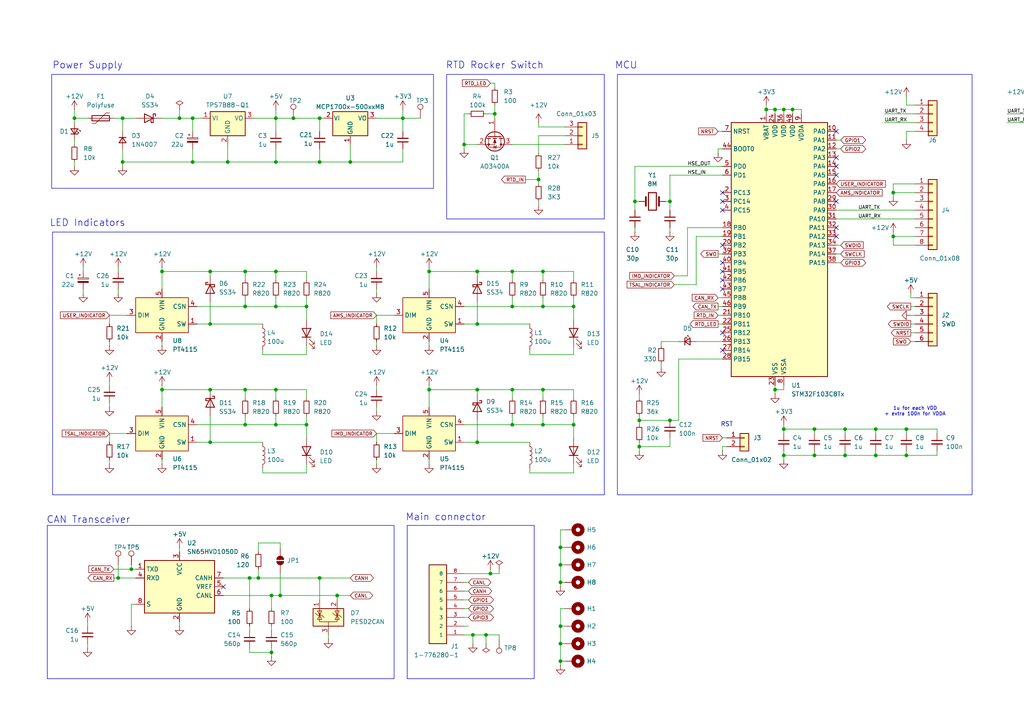
<source format=kicad_sch>
(kicad_sch (version 20250114) (generator "eeschema") (generator_version "9.0")
  (paper "A4")
  (lib_symbols
    (symbol "!LJC:L78M"
      (property "Reference" "U" (at 4.318 9.652 0))
      (property "Value" "L78M05CDT" (at 5.334 7.366 0))
      (symbol "L78M_1_1"
        (pin power_in line (at -2.54 3.81 0) (length 2.54) (name "VI") (number "1"))
        (pin power_in line (at 5.08 -3.81 90) (length 2.54) (name "GND") (number "2"))
        (pin power_out line (at 12.7 3.81 180) (length 2.54) (name "VO") (number "3"))
      )
    )
    (symbol "1-776280-1:1-776280-1" (pin_names (offset 1.016))
      (property "Reference" "J" (at -2.54 10.668 0))
      (property "Value" "1-776280-1" (at -2.54 -14.986 0))
      (symbol "1-776280-1_0_0"
        (pin passive line (at 7.62 7.62 180) (length 5.08) (name "1") (number "1"))
        (pin passive line (at 7.62 5.08 180) (length 5.08) (name "2") (number "2"))
        (pin passive line (at 7.62 2.54 180) (length 5.08) (name "3") (number "3"))
        (pin passive line (at 7.62 0 180) (length 5.08) (name "4") (number "4"))
        (pin passive line (at 7.62 -2.54 180) (length 5.08) (name "5") (number "5"))
        (pin passive line (at 7.62 -5.08 180) (length 5.08) (name "6") (number "6"))
        (pin passive line (at 7.62 -7.62 180) (length 5.08) (name "7") (number "7"))
        (pin passive line (at 7.62 -10.16 180) (length 5.08) (name "8") (number "8"))
      )
    )
    (symbol "Connector:TestPoint" (pin_numbers (hide yes)) (pin_names (offset 0.762) (hide yes))
      (property "Reference" "TP" (at 0 6.858 0))
      (property "Value" "TestPoint" (at 0 5.08 0))
      (symbol "TestPoint_1_1"
        (pin passive line (at 0 0 90) (length 2.54) (name "1") (number "1"))
      )
    )
    (symbol "Connector_Generic:Conn_01x02" (pin_names (offset 1.016) (hide yes))
      (property "Reference" "J" (at 0 2.54 0))
      (property "Value" "Conn_01x02" (at 0 -5.08 0))
      (symbol "Conn_01x02_1_1"
        (pin passive line (at -5.08 0 0) (length 3.81) (name "Pin_1") (number "1"))
        (pin passive line (at -5.08 -2.54 0) (length 3.81) (name "Pin_2") (number "2"))
      )
    )
    (symbol "Connector_Generic:Conn_01x03" (pin_names (offset 1.016) (hide yes))
      (property "Reference" "J" (at 0 5.08 0))
      (property "Value" "Conn_01x03" (at 0 -5.08 0))
      (symbol "Conn_01x03_1_1"
        (pin passive line (at -5.08 2.54 0) (length 3.81) (name "Pin_1") (number "1"))
        (pin passive line (at -5.08 0 0) (length 3.81) (name "Pin_2") (number "2"))
        (pin passive line (at -5.08 -2.54 0) (length 3.81) (name "Pin_3") (number "3"))
      )
    )
    (symbol "Connector_Generic:Conn_01x04" (pin_names (offset 1.016) (hide yes))
      (property "Reference" "J" (at 0 5.08 0))
      (property "Value" "Conn_01x04" (at 0 -7.62 0))
      (symbol "Conn_01x04_1_1"
        (pin passive line (at -5.08 2.54 0) (length 3.81) (name "Pin_1") (number "1"))
        (pin passive line (at -5.08 0 0) (length 3.81) (name "Pin_2") (number "2"))
        (pin passive line (at -5.08 -2.54 0) (length 3.81) (name "Pin_3") (number "3"))
        (pin passive line (at -5.08 -5.08 0) (length 3.81) (name "Pin_4") (number "4"))
      )
    )
    (symbol "Connector_Generic:Conn_01x06" (pin_names (offset 1.016) (hide yes))
      (property "Reference" "J" (at 0 7.62 0))
      (property "Value" "Conn_01x06" (at 0 -10.16 0))
      (symbol "Conn_01x06_1_1"
        (pin passive line (at -5.08 5.08 0) (length 3.81) (name "Pin_1") (number "1"))
        (pin passive line (at -5.08 2.54 0) (length 3.81) (name "Pin_2") (number "2"))
        (pin passive line (at -5.08 0 0) (length 3.81) (name "Pin_3") (number "3"))
        (pin passive line (at -5.08 -2.54 0) (length 3.81) (name "Pin_4") (number "4"))
        (pin passive line (at -5.08 -5.08 0) (length 3.81) (name "Pin_5") (number "5"))
        (pin passive line (at -5.08 -7.62 0) (length 3.81) (name "Pin_6") (number "6"))
      )
    )
    (symbol "Connector_Generic:Conn_01x08" (pin_names (offset 1.016) (hide yes))
      (property "Reference" "J" (at 0 10.16 0))
      (property "Value" "Conn_01x08" (at 0 -12.7 0))
      (symbol "Conn_01x08_1_1"
        (pin passive line (at -5.08 7.62 0) (length 3.81) (name "Pin_1") (number "1"))
        (pin passive line (at -5.08 5.08 0) (length 3.81) (name "Pin_2") (number "2"))
        (pin passive line (at -5.08 2.54 0) (length 3.81) (name "Pin_3") (number "3"))
        (pin passive line (at -5.08 0 0) (length 3.81) (name "Pin_4") (number "4"))
        (pin passive line (at -5.08 -2.54 0) (length 3.81) (name "Pin_5") (number "5"))
        (pin passive line (at -5.08 -5.08 0) (length 3.81) (name "Pin_6") (number "6"))
        (pin passive line (at -5.08 -7.62 0) (length 3.81) (name "Pin_7") (number "7"))
        (pin passive line (at -5.08 -10.16 0) (length 3.81) (name "Pin_8") (number "8"))
      )
    )
    (symbol "Device:C_Polarized_Small" (pin_numbers (hide yes)) (pin_names (offset 0.254) (hide yes))
      (property "Reference" "C" (at 0.254 1.778 0))
      (property "Value" "C_Polarized_Small" (at 0.254 -2.032 0))
      (symbol "C_Polarized_Small_1_1"
        (pin passive line (at 0 2.54 270) (length 1.8542) (name "~") (number "1"))
        (pin passive line (at 0 -2.54 90) (length 1.8542) (name "~") (number "2"))
      )
    )
    (symbol "Device:C_Small" (pin_numbers (hide yes)) (pin_names (offset 0.254) (hide yes))
      (property "Reference" "C" (at 0.254 1.778 0))
      (property "Value" "C_Small" (at 0.254 -2.032 0))
      (symbol "C_Small_1_1"
        (pin passive line (at 0 2.54 270) (length 2.032) (name "~") (number "1"))
        (pin passive line (at 0 -2.54 90) (length 2.032) (name "~") (number "2"))
      )
    )
    (symbol "Device:Crystal" (pin_numbers (hide yes)) (pin_names (offset 1.016) (hide yes))
      (property "Reference" "Y" (at 0 3.81 0))
      (property "Value" "Crystal" (at 0 -3.81 0))
      (symbol "Crystal_1_1"
        (pin passive line (at -3.81 0 0) (length 1.27) (name "1") (number "1"))
        (pin passive line (at 3.81 0 180) (length 1.27) (name "2") (number "2"))
      )
    )
    (symbol "Device:D_Small" (pin_numbers (hide yes)) (pin_names (offset 0.254) (hide yes))
      (property "Reference" "D" (at -1.27 2.032 0))
      (property "Value" "D_Small" (at -3.81 -2.032 0))
      (symbol "D_Small_1_1"
        (pin passive line (at -2.54 0 0) (length 1.778) (name "K") (number "1"))
        (pin passive line (at 2.54 0 180) (length 1.778) (name "A") (number "2"))
      )
    )
    (symbol "Device:L" (pin_numbers (hide yes)) (pin_names (offset 1.016) (hide yes))
      (property "Reference" "L" (at -1.27 0 90))
      (property "Value" "L" (at 1.905 0 90))
      (symbol "L_1_1"
        (pin passive line (at 0 3.81 270) (length 1.27) (name "1") (number "1"))
        (pin passive line (at 0 -3.81 90) (length 1.27) (name "2") (number "2"))
      )
    )
    (symbol "Device:LED" (pin_numbers (hide yes)) (pin_names (offset 1.016) (hide yes))
      (property "Reference" "D" (at 0 2.54 0))
      (property "Value" "LED" (at 0 -2.54 0))
      (symbol "LED_1_1"
        (pin passive line (at -3.81 0 0) (length 2.54) (name "K") (number "1"))
        (pin passive line (at 3.81 0 180) (length 2.54) (name "A") (number "2"))
      )
    )
    (symbol "Device:LED_Small" (pin_numbers (hide yes)) (pin_names (offset 0.254) (hide yes))
      (property "Reference" "D" (at -1.27 3.175 0))
      (property "Value" "LED_Small" (at -4.445 -2.54 0))
      (symbol "LED_Small_1_1"
        (pin passive line (at -2.54 0 0) (length 1.778) (name "K") (number "1"))
        (pin passive line (at 2.54 0 180) (length 1.778) (name "A") (number "2"))
      )
    )
    (symbol "Device:Polyfuse" (pin_numbers (hide yes)) (pin_names (offset 0))
      (property "Reference" "F" (at -2.54 0 90))
      (property "Value" "Polyfuse" (at 2.54 0 90))
      (symbol "Polyfuse_1_1"
        (pin passive line (at 0 3.81 270) (length 1.27) (name "~") (number "1"))
        (pin passive line (at 0 -3.81 90) (length 1.27) (name "~") (number "2"))
      )
    )
    (symbol "Device:R_Small" (pin_numbers (hide yes)) (pin_names (offset 0.254) (hide yes))
      (property "Reference" "R" (at 0.762 0.508 0))
      (property "Value" "R_Small" (at 0.762 -1.016 0))
      (symbol "R_Small_1_1"
        (pin passive line (at 0 2.54 270) (length 0.762) (name "~") (number "1"))
        (pin passive line (at 0 -2.54 90) (length 0.762) (name "~") (number "2"))
      )
    )
    (symbol "Diode:SS34" (pin_numbers (hide yes)) (pin_names (offset 1.016) (hide yes))
      (property "Reference" "D" (at 0 2.54 0))
      (property "Value" "SS34" (at 0 -2.54 0))
      (symbol "SS34_1_1"
        (pin passive line (at -3.81 0 0) (length 2.54) (name "K") (number "1"))
        (pin passive line (at 3.81 0 180) (length 2.54) (name "A") (number "2"))
      )
    )
    (symbol "Interface_CAN_LIN:SN65HVD1050D"
      (property "Reference" "U" (at -8.89 8.89 0))
      (property "Value" "SN65HVD1050D" (at 1.27 8.89 0))
      (symbol "SN65HVD1050D_1_1"
        (pin input line (at -12.7 5.08 0) (length 2.54) (name "TXD") (number "1"))
        (pin output line (at -12.7 2.54 0) (length 2.54) (name "RXD") (number "4"))
        (pin input line (at -12.7 -5.08 0) (length 2.54) (name "S") (number "8"))
        (pin power_in line (at 0 10.16 270) (length 2.54) (name "VCC") (number "3"))
        (pin power_in line (at 0 -10.16 90) (length 2.54) (name "GND") (number "2"))
        (pin bidirectional line (at 12.7 2.54 180) (length 2.54) (name "CANH") (number "7"))
        (pin passive line (at 12.7 0 180) (length 2.54) (name "VREF") (number "5"))
        (pin bidirectional line (at 12.7 -2.54 180) (length 2.54) (name "CANL") (number "6"))
      )
    )
    (symbol "Jumper:SolderJumper_2_Open" (pin_numbers (hide yes)) (pin_names (offset 0) (hide yes)) (exclude_from_sim yes) (in_bom no)
      (property "Reference" "JP" (at 0 2.032 0))
      (property "Value" "SolderJumper_2_Open" (at 0 -2.54 0))
      (symbol "SolderJumper_2_Open_1_1"
        (pin passive line (at -3.81 0 0) (length 2.54) (name "A") (number "1"))
        (pin passive line (at 3.81 0 180) (length 2.54) (name "B") (number "2"))
      )
    )
    (symbol "MCU_ST_STM32F1:STM32F103C8Tx"
      (property "Reference" "U" (at -12.7 39.37 0))
      (property "Value" "STM32F103C8Tx" (at 10.16 39.37 0))
      (symbol "STM32F103C8Tx_1_1"
        (pin input line (at -15.24 35.56 0) (length 2.54) (name "NRST") (number "7"))
        (pin input line (at -15.24 30.48 0) (length 2.54) (name "BOOT0") (number "44"))
        (pin bidirectional line (at -15.24 25.4 0) (length 2.54) (name "PD0") (number "5"))
        (pin bidirectional line (at -15.24 22.86 0) (length 2.54) (name "PD1") (number "6"))
        (pin bidirectional line (at -15.24 17.78 0) (length 2.54) (name "PC13") (number "2"))
        (pin bidirectional line (at -15.24 15.24 0) (length 2.54) (name "PC14") (number "3"))
        (pin bidirectional line (at -15.24 12.7 0) (length 2.54) (name "PC15") (number "4"))
        (pin bidirectional line (at -15.24 7.62 0) (length 2.54) (name "PB0") (number "18"))
        (pin bidirectional line (at -15.24 5.08 0) (length 2.54) (name "PB1") (number "19"))
        (pin bidirectional line (at -15.24 2.54 0) (length 2.54) (name "PB2") (number "20"))
        (pin bidirectional line (at -15.24 0 0) (length 2.54) (name "PB3") (number "39"))
        (pin bidirectional line (at -15.24 -2.54 0) (length 2.54) (name "PB4") (number "40"))
        (pin bidirectional line (at -15.24 -5.08 0) (length 2.54) (name "PB5") (number "41"))
        (pin bidirectional line (at -15.24 -7.62 0) (length 2.54) (name "PB6") (number "42"))
        (pin bidirectional line (at -15.24 -10.16 0) (length 2.54) (name "PB7") (number "43"))
        (pin bidirectional line (at -15.24 -12.7 0) (length 2.54) (name "PB8") (number "45"))
        (pin bidirectional line (at -15.24 -15.24 0) (length 2.54) (name "PB9") (number "46"))
        (pin bidirectional line (at -15.24 -17.78 0) (length 2.54) (name "PB10") (number "21"))
        (pin bidirectional line (at -15.24 -20.32 0) (length 2.54) (name "PB11") (number "22"))
        (pin bidirectional line (at -15.24 -22.86 0) (length 2.54) (name "PB12") (number "25"))
        (pin bidirectional line (at -15.24 -25.4 0) (length 2.54) (name "PB13") (number "26"))
        (pin bidirectional line (at -15.24 -27.94 0) (length 2.54) (name "PB14") (number "27"))
        (pin bidirectional line (at -15.24 -30.48 0) (length 2.54) (name "PB15") (number "28"))
        (pin power_in line (at -2.54 40.64 270) (length 2.54) (name "VBAT") (number "1"))
        (pin power_in line (at 0 40.64 270) (length 2.54) (name "VDD") (number "24"))
        (pin power_in line (at 0 -38.1 90) (length 2.54) (name "VSS") (number "23"))
        (pin passive line (at 0 -38.1 90) (length 2.54) (hide yes) (name "VSS") (number "35"))
        (pin passive line (at 0 -38.1 90) (length 2.54) (hide yes) (name "VSS") (number "47"))
        (pin power_in line (at 2.54 40.64 270) (length 2.54) (name "VDD") (number "36"))
        (pin power_in line (at 2.54 -38.1 90) (length 2.54) (name "VSSA") (number "8"))
        (pin power_in line (at 5.08 40.64 270) (length 2.54) (name "VDD") (number "48"))
        (pin power_in line (at 7.62 40.64 270) (length 2.54) (name "VDDA") (number "9"))
        (pin bidirectional line (at 17.78 35.56 180) (length 2.54) (name "PA0") (number "10"))
        (pin bidirectional line (at 17.78 33.02 180) (length 2.54) (name "PA1") (number "11"))
        (pin bidirectional line (at 17.78 30.48 180) (length 2.54) (name "PA2") (number "12"))
        (pin bidirectional line (at 17.78 27.94 180) (length 2.54) (name "PA3") (number "13"))
        (pin bidirectional line (at 17.78 25.4 180) (length 2.54) (name "PA4") (number "14"))
        (pin bidirectional line (at 17.78 22.86 180) (length 2.54) (name "PA5") (number "15"))
        (pin bidirectional line (at 17.78 20.32 180) (length 2.54) (name "PA6") (number "16"))
        (pin bidirectional line (at 17.78 17.78 180) (length 2.54) (name "PA7") (number "17"))
        (pin bidirectional line (at 17.78 15.24 180) (length 2.54) (name "PA8") (number "29"))
        (pin bidirectional line (at 17.78 12.7 180) (length 2.54) (name "PA9") (number "30"))
        (pin bidirectional line (at 17.78 10.16 180) (length 2.54) (name "PA10") (number "31"))
        (pin bidirectional line (at 17.78 7.62 180) (length 2.54) (name "PA11") (number "32"))
        (pin bidirectional line (at 17.78 5.08 180) (length 2.54) (name "PA12") (number "33"))
        (pin bidirectional line (at 17.78 2.54 180) (length 2.54) (name "PA13") (number "34"))
        (pin bidirectional line (at 17.78 0 180) (length 2.54) (name "PA14") (number "37"))
        (pin bidirectional line (at 17.78 -2.54 180) (length 2.54) (name "PA15") (number "38"))
      )
    )
    (symbol "Mechanical:MountingHole_Pad" (pin_numbers (hide yes)) (pin_names (offset 1.016) (hide yes)) (exclude_from_sim yes) (in_bom no)
      (property "Reference" "H" (at 0 6.35 0))
      (property "Value" "MountingHole_Pad" (at 0 4.445 0))
      (symbol "MountingHole_Pad_1_1"
        (pin input line (at 0 -2.54 90) (length 2.54) (name "1") (number "1"))
      )
    )
    (symbol "Power_Protection:NUP2105L" (pin_names (hide yes))
      (property "Reference" "D" (at 5.715 2.54 0))
      (property "Value" "NUP2105L" (at 5.715 0.635 0))
      (symbol "NUP2105L_0_0"
        (pin passive line (at 0 -5.08 90) (length 2.54) (name "A") (number "3"))
      )
      (symbol "NUP2105L_1_1"
        (pin passive line (at -2.54 5.08 270) (length 2.54) (name "K") (number "1"))
        (pin passive line (at 2.54 5.08 270) (length 2.54) (name "K") (number "2"))
      )
    )
    (symbol "Regulator_Linear:MCP1700x-500xxMB" (pin_names (offset 0.254))
      (property "Reference" "U" (at -3.81 3.175 0))
      (property "Value" "MCP1700x-500xxMB" (at 0 3.175 0))
      (symbol "MCP1700x-500xxMB_1_1"
        (pin power_in line (at -7.62 0 0) (length 2.54) (name "VI") (number "2"))
        (pin power_in line (at 0 -7.62 90) (length 2.54) (name "GND") (number "1"))
        (pin power_out line (at 7.62 0 180) (length 2.54) (name "VO") (number "3"))
      )
    )
    (symbol "Transistor_FET:AO3400A" (pin_names (hide yes))
      (property "Reference" "Q" (at 5.08 1.905 0))
      (property "Value" "AO3400A" (at 5.08 0 0))
      (symbol "AO3400A_1_1"
        (pin input line (at -5.08 0 0) (length 2.54) (name "G") (number "1"))
        (pin passive line (at 2.54 5.08 270) (length 2.54) (name "D") (number "3"))
        (pin passive line (at 2.54 -5.08 90) (length 2.54) (name "S") (number "2"))
      )
    )
    (symbol "dashboard:PT4115"
      (property "Reference" "U" (at -21.336 7.874 0))
      (property "Value" "PT4115" (at -8.382 8.128 0))
      (symbol "PT4115_0_0"
        (pin input line (at -24.13 1.27 0) (length 2.54) (name "DIM") (number "3"))
        (pin power_in line (at -13.97 8.89 270) (length 2.54) (name "VIN") (number "5"))
        (pin power_in line (at -13.97 -6.35 90) (length 2.54) (name "GND") (number "2"))
        (pin input line (at -3.81 3.81 180) (length 2.54) (name "CSN") (number "4"))
        (pin output line (at -3.81 -1.27 180) (length 2.54) (name "SW") (number "1"))
      )
    )
    (symbol "power:+12V" (power) (pin_numbers (hide yes)) (pin_names (offset 0) (hide yes))
      (property "Value" "+12V" (at 0 3.556 0))
      (symbol "+12V_1_1"
        (pin power_in line (at 0 0 90) (length 0) (name "~") (number "1"))
      )
    )
    (symbol "power:+3V3" (power) (pin_numbers (hide yes)) (pin_names (offset 0) (hide yes))
      (property "Value" "+3V3" (at 0 3.556 0))
      (symbol "+3V3_1_1"
        (pin power_in line (at 0 0 90) (length 0) (name "~") (number "1"))
      )
    )
    (symbol "power:+5V" (power) (pin_numbers (hide yes)) (pin_names (offset 0) (hide yes))
      (property "Value" "+5V" (at 0 3.556 0))
      (symbol "+5V_1_1"
        (pin power_in line (at 0 0 90) (length 0) (name "~") (number "1"))
      )
    )
    (symbol "power:GND" (power) (pin_numbers (hide yes)) (pin_names (offset 0) (hide yes))
      (property "Value" "GND" (at 0 -3.81 0))
      (symbol "GND_1_1"
        (pin power_in line (at 0 0 270) (length 0) (name "~") (number "1"))
      )
    )
    (symbol "power:PWR_FLAG" (power) (pin_numbers (hide yes)) (pin_names (offset 0) (hide yes))
      (property "Value" "PWR_FLAG" (at 0 3.81 0))
      (symbol "PWR_FLAG_0_0"
        (pin power_out line (at 0 0 90) (length 0) (name "~") (number "1"))
      )
    )
  )
  (rectangle (start 179.07 21.59) (end 281.94 143.51))
  (rectangle (start 129.54 21.59) (end 175.26 63.5))
  (rectangle (start 118.11 152.4) (end 154.94 196.85))
  (rectangle (start 13.716 152.4) (end 114.3 196.85))
  (rectangle (start 14.986 21.59) (end 125.73 54.61))
  (rectangle (start 15.24 67.31) (end 175.26 143.51))
  (text "LED Indicators" (at 25.4 64.77 0) (effects (font (size 2 2))))
  (text "1u for each VDD\n+ extra 100n for VDDA" (at 265.43 119.38 0) (effects (font (size 1 1))))
  (text "Power Supply" (at 25.4 19.05 0) (effects (font (size 2 2))))
  (text "Main connector" (at 129.286 150.114 0) (effects (font (size 2 2))))
  (text "RTD Rocker Switch" (at 143.51 19.05 0) (effects (font (size 2 2))))
  (text "RST" (at 210.82 123.19 0) (effects (font (size 1.27 1.27))))
  (text "MCU" (at 181.61 19.05 0) (effects (font (size 2 2))))
  (text "CAN Transceiver" (at 25.654 150.876 0) (effects (font (size 2 2))))
  (junction (at 138.43 78.74))
  (junction (at 134.62 41.91))
  (junction (at 66.04 46.99))
  (junction (at 166.37 88.9))
  (junction (at 245.11 124.46))
  (junction (at 60.96 128.27))
  (junction (at 46.99 78.74))
  (junction (at 21.59 34.29))
  (junction (at 71.12 113.03))
  (junction (at 222.25 31.75))
  (junction (at 254 132.08))
  (junction (at 162.56 168.91))
  (junction (at 52.07 34.29))
  (junction (at 81.28 172.72))
  (junction (at 80.01 46.99))
  (junction (at 262.89 132.08))
  (junction (at 236.22 124.46))
  (junction (at 35.56 34.29))
  (junction (at 60.96 78.74))
  (junction (at 148.59 78.74))
  (junction (at 227.33 31.75))
  (junction (at 138.43 93.98))
  (junction (at 38.1 165.1))
  (junction (at 227.33 124.46))
  (junction (at 35.56 46.99))
  (junction (at 46.99 113.03))
  (junction (at 71.12 123.19))
  (junction (at 229.87 31.75))
  (junction (at 157.48 88.9))
  (junction (at 227.33 132.08))
  (junction (at 157.48 78.74))
  (junction (at 162.56 186.69))
  (junction (at 124.46 78.74))
  (junction (at 162.56 191.77))
  (junction (at 138.43 128.27))
  (junction (at 101.6 46.99))
  (junction (at 143.51 33.02))
  (junction (at 185.42 121.92))
  (junction (at 184.15 58.42))
  (junction (at 71.12 78.74))
  (junction (at 78.74 189.23))
  (junction (at 148.59 123.19))
  (junction (at 55.88 46.99))
  (junction (at 92.71 167.64))
  (junction (at 88.9 123.19))
  (junction (at 78.74 172.72))
  (junction (at 194.31 121.92))
  (junction (at 162.56 181.61))
  (junction (at 80.01 78.74))
  (junction (at 254 124.46))
  (junction (at 259.08 55.88))
  (junction (at 148.59 88.9))
  (junction (at 71.12 88.9))
  (junction (at 85.09 34.29))
  (junction (at 80.01 113.03))
  (junction (at 224.79 113.03))
  (junction (at 194.31 58.42))
  (junction (at 34.29 167.64))
  (junction (at 262.89 124.46))
  (junction (at 140.97 184.15))
  (junction (at 162.56 163.83))
  (junction (at 116.84 34.29))
  (junction (at 185.42 129.54))
  (junction (at 162.56 158.75))
  (junction (at 156.21 52.07))
  (junction (at 259.08 68.58))
  (junction (at 236.22 132.08))
  (junction (at 80.01 88.9))
  (junction (at 245.11 132.08))
  (junction (at 88.9 88.9))
  (junction (at 157.48 123.19))
  (junction (at 60.96 113.03))
  (junction (at 92.71 34.29))
  (junction (at 55.88 34.29))
  (junction (at 80.01 34.29))
  (junction (at 224.79 31.75))
  (junction (at 138.43 113.03))
  (junction (at 142.24 166.37))
  (junction (at 74.93 167.64))
  (junction (at 92.71 46.99))
  (junction (at 60.96 93.98))
  (junction (at 80.01 123.19))
  (junction (at 137.16 184.15))
  (junction (at 124.46 113.03))
  (junction (at 72.39 167.64))
  (junction (at 166.37 123.19))
  (junction (at 148.59 113.03))
  (junction (at 157.48 113.03))
  (junction (at 97.79 172.72))
  (no_connect (at 242.57 58.42))
  (no_connect (at 209.55 55.88))
  (no_connect (at 209.55 81.28))
  (no_connect (at 64.77 170.18))
  (no_connect (at 242.57 68.58))
  (no_connect (at 242.57 50.8))
  (no_connect (at 242.57 66.04))
  (no_connect (at 209.55 83.82))
  (no_connect (at 209.55 101.6))
  (no_connect (at 209.55 58.42))
  (no_connect (at 242.57 38.1))
  (no_connect (at 209.55 76.2))
  (no_connect (at 209.55 96.52))
  (no_connect (at 242.57 48.26))
  (no_connect (at 209.55 78.74))
  (no_connect (at 242.57 45.72))
  (no_connect (at 209.55 60.96))
  (no_connect (at 209.55 71.12))
  (wire (pts (xy 262.89 30.48) (xy 265.43 30.48)))
  (wire (pts (xy 259.08 53.34) (xy 259.08 55.88)))
  (wire (pts (xy 196.85 121.92) (xy 194.31 121.92)))
  (wire (pts (xy 224.79 31.75) (xy 227.33 31.75)))
  (wire (pts (xy 227.33 124.46) (xy 227.33 125.73)))
  (wire (pts (xy 124.46 113.03) (xy 124.46 118.11)))
  (wire (pts (xy 36.83 125.73) (xy 31.75 125.73)))
  (wire (pts (xy 134.62 181.61) (xy 135.89 181.61)))
  (wire (pts (xy 185.42 120.65) (xy 185.42 121.92)))
  (wire (pts (xy 52.07 181.61) (xy 52.07 180.34)))
  (wire (pts (xy 88.9 120.65) (xy 88.9 123.19)))
  (wire (pts (xy 55.88 46.99) (xy 35.56 46.99)))
  (wire (pts (xy 245.11 130.81) (xy 245.11 132.08)))
  (wire (pts (xy 88.9 123.19) (xy 80.01 123.19)))
  (wire (pts (xy 254 124.46) (xy 262.89 124.46)))
  (wire (pts (xy 46.99 113.03) (xy 46.99 118.11)))
  (wire (pts (xy 78.74 181.61) (xy 78.74 182.88)))
  (wire (pts (xy 184.15 58.42) (xy 184.15 60.96)))
  (wire (pts (xy 262.89 38.1) (xy 265.43 38.1)))
  (wire (pts (xy 194.31 58.42) (xy 194.31 60.96)))
  (wire (pts (xy 166.37 120.65) (xy 166.37 123.19)))
  (wire (pts (xy 78.74 187.96) (xy 78.74 189.23)))
  (wire (pts (xy 71.12 120.65) (xy 71.12 123.19)))
  (wire (pts (xy 194.31 50.8) (xy 194.31 58.42)))
  (wire (pts (xy 140.97 186.69) (xy 140.97 184.15)))
  (wire (pts (xy 242.57 60.96) (xy 265.43 60.96)))
  (wire (pts (xy 81.28 172.72) (xy 97.79 172.72)))
  (wire (pts (xy 85.09 34.29) (xy 92.71 34.29)))
  (wire (pts (xy 157.48 113.03) (xy 148.59 113.03)))
  (wire (pts (xy 92.71 46.99) (xy 80.01 46.99)))
  (wire (pts (xy 242.57 40.64) (xy 243.84 40.64)))
  (wire (pts (xy 209.55 66.04) (xy 199.39 66.04)))
  (wire (pts (xy 21.59 34.29) (xy 25.4 34.29)))
  (wire (pts (xy 229.87 33.02) (xy 229.87 31.75)))
  (wire (pts (xy 74.93 167.64) (xy 92.71 167.64)))
  (wire (pts (xy 262.89 124.46) (xy 271.78 124.46)))
  (wire (pts (xy 92.71 43.18) (xy 92.71 46.99)))
  (wire (pts (xy 162.56 181.61) (xy 162.56 186.69)))
  (wire (pts (xy 152.4 52.07) (xy 156.21 52.07)))
  (wire (pts (xy 264.16 88.9) (xy 265.43 88.9)))
  (wire (pts (xy 199.39 66.04) (xy 199.39 80.01)))
  (wire (pts (xy 138.43 78.74) (xy 124.46 78.74)))
  (wire (pts (xy 21.59 48.26) (xy 21.59 46.99)))
  (wire (pts (xy 116.84 38.1) (xy 116.84 34.29)))
  (wire (pts (xy 33.02 34.29) (xy 35.56 34.29)))
  (wire (pts (xy 229.87 31.75) (xy 227.33 31.75)))
  (wire (pts (xy 196.85 104.14) (xy 209.55 104.14)))
  (wire (pts (xy 46.99 78.74) (xy 46.99 83.82)))
  (wire (pts (xy 254 125.73) (xy 254 124.46)))
  (wire (pts (xy 185.42 121.92) (xy 185.42 123.19)))
  (wire (pts (xy 74.93 157.48) (xy 74.93 160.02)))
  (wire (pts (xy 166.37 123.19) (xy 166.37 127)))
  (wire (pts (xy 31.75 91.44) (xy 31.75 93.98)))
  (wire (pts (xy 191.77 105.41) (xy 191.77 106.68)))
  (wire (pts (xy 162.56 168.91) (xy 162.56 170.18)))
  (wire (pts (xy 134.62 168.91) (xy 135.89 168.91)))
  (wire (pts (xy 162.56 158.75) (xy 162.56 163.83)))
  (wire (pts (xy 264.16 99.06) (xy 265.43 99.06)))
  (wire (pts (xy 138.43 128.27) (xy 153.67 128.27)))
  (wire (pts (xy 163.83 191.77) (xy 162.56 191.77)))
  (wire (pts (xy 166.37 88.9) (xy 166.37 92.71)))
  (wire (pts (xy 163.83 168.91) (xy 162.56 168.91)))
  (wire (pts (xy 33.02 165.1) (xy 38.1 165.1)))
  (wire (pts (xy 184.15 58.42) (xy 185.42 58.42)))
  (wire (pts (xy 55.88 34.29) (xy 55.88 38.1)))
  (wire (pts (xy 134.62 128.27) (xy 138.43 128.27)))
  (wire (pts (xy 46.99 133.35) (xy 46.99 134.62)))
  (wire (pts (xy 72.39 189.23) (xy 78.74 189.23)))
  (wire (pts (xy 52.07 31.75) (xy 52.07 34.29)))
  (wire (pts (xy 209.55 48.26) (xy 184.15 48.26)))
  (wire (pts (xy 232.41 33.02) (xy 232.41 31.75)))
  (wire (pts (xy 114.3 91.44) (xy 109.22 91.44)))
  (wire (pts (xy 256.54 35.56) (xy 265.43 35.56)))
  (wire (pts (xy 157.48 86.36) (xy 157.48 88.9)))
  (wire (pts (xy 72.39 167.64) (xy 72.39 176.53)))
  (wire (pts (xy 166.37 78.74) (xy 166.37 81.28)))
  (wire (pts (xy 95.25 184.15) (xy 95.25 185.42)))
  (wire (pts (xy 134.62 184.15) (xy 137.16 184.15)))
  (wire (pts (xy 116.84 34.29) (xy 121.92 34.29)))
  (wire (pts (xy 265.43 53.34) (xy 259.08 53.34)))
  (wire (pts (xy 31.75 110.49) (xy 31.75 111.76)))
  (wire (pts (xy 208.28 88.9) (xy 209.55 88.9)))
  (wire (pts (xy 109.22 118.11) (xy 109.22 119.38)))
  (wire (pts (xy 227.33 31.75) (xy 227.33 33.02)))
  (wire (pts (xy 156.21 49.53) (xy 156.21 52.07)))
  (wire (pts (xy 194.31 58.42) (xy 193.04 58.42)))
  (wire (pts (xy 60.96 93.98) (xy 76.2 93.98)))
  (wire (pts (xy 46.99 34.29) (xy 52.07 34.29)))
  (wire (pts (xy 25.4 180.34) (xy 25.4 181.61)))
  (wire (pts (xy 109.22 111.76) (xy 109.22 113.03)))
  (wire (pts (xy 259.08 55.88) (xy 265.43 55.88)))
  (wire (pts (xy 254 130.81) (xy 254 132.08)))
  (wire (pts (xy 64.77 167.64) (xy 72.39 167.64)))
  (wire (pts (xy 148.59 78.74) (xy 138.43 78.74)))
  (wire (pts (xy 224.79 33.02) (xy 224.79 31.75)))
  (wire (pts (xy 209.55 68.58) (xy 201.93 68.58)))
  (wire (pts (xy 80.01 38.1) (xy 80.01 34.29)))
  (wire (pts (xy 109.22 83.82) (xy 109.22 85.09)))
  (wire (pts (xy 71.12 78.74) (xy 71.12 81.28)))
  (wire (pts (xy 80.01 113.03) (xy 71.12 113.03)))
  (wire (pts (xy 148.59 88.9) (xy 157.48 88.9)))
  (wire (pts (xy 72.39 167.64) (xy 74.93 167.64)))
  (wire (pts (xy 199.39 80.01) (xy 195.58 80.01)))
  (wire (pts (xy 166.37 86.36) (xy 166.37 88.9)))
  (wire (pts (xy 148.59 123.19) (xy 134.62 123.19)))
  (wire (pts (xy 46.99 111.76) (xy 46.99 113.03)))
  (wire (pts (xy 144.78 185.42) (xy 144.78 184.15)))
  (wire (pts (xy 138.43 113.03) (xy 124.46 113.03)))
  (wire (pts (xy 224.79 113.03) (xy 224.79 114.3)))
  (wire (pts (xy 81.28 166.37) (xy 81.28 172.72)))
  (wire (pts (xy 60.96 120.65) (xy 60.96 128.27)))
  (wire (pts (xy 208.28 43.18) (xy 209.55 43.18)))
  (wire (pts (xy 153.67 135.89) (xy 153.67 137.16)))
  (wire (pts (xy 134.62 176.53) (xy 135.89 176.53)))
  (wire (pts (xy 242.57 43.18) (xy 243.84 43.18)))
  (wire (pts (xy 88.9 78.74) (xy 80.01 78.74)))
  (wire (pts (xy 153.67 101.6) (xy 153.67 102.87)))
  (wire (pts (xy 209.55 127) (xy 210.82 127)))
  (wire (pts (xy 80.01 86.36) (xy 80.01 88.9)))
  (wire (pts (xy 162.56 191.77) (xy 162.56 186.69)))
  (wire (pts (xy 148.59 113.03) (xy 138.43 113.03)))
  (wire (pts (xy 66.04 46.99) (xy 55.88 46.99)))
  (wire (pts (xy 80.01 78.74) (xy 80.01 81.28)))
  (wire (pts (xy 227.33 132.08) (xy 227.33 133.35)))
  (wire (pts (xy 208.28 93.98) (xy 209.55 93.98)))
  (wire (pts (xy 21.59 31.75) (xy 21.59 34.29)))
  (wire (pts (xy 208.28 38.1) (xy 209.55 38.1)))
  (wire (pts (xy 109.22 77.47) (xy 109.22 78.74)))
  (wire (pts (xy 57.15 93.98) (xy 60.96 93.98)))
  (wire (pts (xy 148.59 41.91) (xy 163.83 41.91)))
  (wire (pts (xy 142.24 165.1) (xy 142.24 166.37)))
  (wire (pts (xy 144.78 184.15) (xy 140.97 184.15)))
  (wire (pts (xy 46.99 77.47) (xy 46.99 78.74)))
  (wire (pts (xy 64.77 172.72) (xy 78.74 172.72)))
  (wire (pts (xy 78.74 172.72) (xy 81.28 172.72)))
  (wire (pts (xy 153.67 102.87) (xy 166.37 102.87)))
  (wire (pts (xy 264.16 86.36) (xy 264.16 85.09)))
  (wire (pts (xy 109.22 91.44) (xy 109.22 93.98)))
  (wire (pts (xy 134.62 41.91) (xy 138.43 41.91)))
  (wire (pts (xy 156.21 36.83) (xy 163.83 36.83)))
  (wire (pts (xy 196.85 99.06) (xy 191.77 99.06)))
  (wire (pts (xy 138.43 80.01) (xy 138.43 78.74)))
  (wire (pts (xy 201.93 82.55) (xy 195.58 82.55)))
  (wire (pts (xy 224.79 113.03) (xy 227.33 113.03)))
  (wire (pts (xy 34.29 83.82) (xy 34.29 85.09)))
  (wire (pts (xy 227.33 123.19) (xy 227.33 124.46)))
  (wire (pts (xy 88.9 137.16) (xy 88.9 134.62)))
  (wire (pts (xy 153.67 137.16) (xy 166.37 137.16)))
  (wire (pts (xy 24.13 77.47) (xy 24.13 78.74)))
  (wire (pts (xy 71.12 88.9) (xy 80.01 88.9)))
  (wire (pts (xy 31.75 133.35) (xy 31.75 134.62)))
  (wire (pts (xy 60.96 87.63) (xy 60.96 93.98)))
  (wire (pts (xy 162.56 168.91) (xy 162.56 163.83)))
  (wire (pts (xy 227.33 124.46) (xy 236.22 124.46)))
  (wire (pts (xy 298.45 27.94) (xy 298.45 30.48)))
  (wire (pts (xy 148.59 86.36) (xy 148.59 88.9)))
  (wire (pts (xy 265.43 71.12) (xy 259.08 71.12)))
  (wire (pts (xy 134.62 93.98) (xy 138.43 93.98)))
  (wire (pts (xy 21.59 41.91) (xy 21.59 40.64)))
  (wire (pts (xy 156.21 39.37) (xy 163.83 39.37)))
  (wire (pts (xy 262.89 125.73) (xy 262.89 124.46)))
  (wire (pts (xy 25.4 186.69) (xy 25.4 187.96)))
  (wire (pts (xy 143.51 33.02) (xy 143.51 34.29)))
  (wire (pts (xy 124.46 78.74) (xy 124.46 83.82)))
  (wire (pts (xy 38.1 163.83) (xy 38.1 165.1)))
  (wire (pts (xy 271.78 130.81) (xy 271.78 132.08)))
  (wire (pts (xy 34.29 77.47) (xy 34.29 78.74)))
  (wire (pts (xy 298.45 40.64) (xy 298.45 38.1)))
  (wire (pts (xy 144.78 166.37) (xy 142.24 166.37)))
  (wire (pts (xy 135.89 33.02) (xy 134.62 33.02)))
  (wire (pts (xy 166.37 123.19) (xy 157.48 123.19)))
  (wire (pts (xy 194.31 129.54) (xy 185.42 129.54)))
  (wire (pts (xy 262.89 130.81) (xy 262.89 132.08)))
  (wire (pts (xy 24.13 83.82) (xy 24.13 85.09)))
  (wire (pts (xy 124.46 99.06) (xy 124.46 100.33)))
  (wire (pts (xy 144.78 165.1) (xy 144.78 166.37)))
  (wire (pts (xy 162.56 176.53) (xy 162.56 181.61)))
  (wire (pts (xy 194.31 121.92) (xy 185.42 121.92)))
  (wire (pts (xy 259.08 67.31) (xy 259.08 68.58)))
  (wire (pts (xy 124.46 77.47) (xy 124.46 78.74)))
  (wire (pts (xy 142.24 24.13) (xy 143.51 24.13)))
  (wire (pts (xy 222.25 33.02) (xy 222.25 31.75)))
  (wire (pts (xy 227.33 130.81) (xy 227.33 132.08)))
  (wire (pts (xy 92.71 167.64) (xy 92.71 173.99)))
  (wire (pts (xy 292.1 35.56) (xy 300.99 35.56)))
  (wire (pts (xy 46.99 99.06) (xy 46.99 100.33)))
  (wire (pts (xy 262.89 40.64) (xy 262.89 38.1)))
  (wire (pts (xy 74.93 165.1) (xy 74.93 167.64)))
  (wire (pts (xy 31.75 125.73) (xy 31.75 128.27)))
  (wire (pts (xy 157.48 78.74) (xy 157.48 81.28)))
  (wire (pts (xy 156.21 35.56) (xy 156.21 36.83)))
  (wire (pts (xy 156.21 58.42) (xy 156.21 59.69)))
  (wire (pts (xy 148.59 88.9) (xy 134.62 88.9)))
  (wire (pts (xy 254 132.08) (xy 262.89 132.08)))
  (wire (pts (xy 166.37 137.16) (xy 166.37 134.62)))
  (wire (pts (xy 224.79 113.03) (xy 224.79 111.76)))
  (wire (pts (xy 81.28 157.48) (xy 74.93 157.48)))
  (wire (pts (xy 71.12 86.36) (xy 71.12 88.9)))
  (wire (pts (xy 162.56 153.67) (xy 162.56 158.75)))
  (wire (pts (xy 78.74 172.72) (xy 78.74 176.53)))
  (wire (pts (xy 57.15 123.19) (xy 71.12 123.19)))
  (wire (pts (xy 148.59 78.74) (xy 148.59 81.28)))
  (wire (pts (xy 80.01 43.18) (xy 80.01 46.99)))
  (wire (pts (xy 184.15 66.04) (xy 184.15 67.31)))
  (wire (pts (xy 55.88 43.18) (xy 55.88 46.99)))
  (wire (pts (xy 88.9 123.19) (xy 88.9 127)))
  (wire (pts (xy 78.74 189.23) (xy 78.74 190.5)))
  (wire (pts (xy 138.43 121.92) (xy 138.43 128.27)))
  (wire (pts (xy 60.96 78.74) (xy 60.96 80.01)))
  (wire (pts (xy 46.99 78.74) (xy 60.96 78.74)))
  (wire (pts (xy 185.42 128.27) (xy 185.42 129.54)))
  (wire (pts (xy 201.93 68.58) (xy 201.93 82.55)))
  (wire (pts (xy 35.56 38.1) (xy 35.56 34.29)))
  (wire (pts (xy 116.84 46.99) (xy 101.6 46.99)))
  (wire (pts (xy 256.54 33.02) (xy 265.43 33.02)))
  (wire (pts (xy 31.75 116.84) (xy 31.75 118.11)))
  (wire (pts (xy 166.37 102.87) (xy 166.37 100.33)))
  (wire (pts (xy 71.12 113.03) (xy 71.12 115.57)))
  (wire (pts (xy 39.37 175.26) (xy 38.1 175.26)))
  (wire (pts (xy 109.22 99.06) (xy 109.22 100.33)))
  (wire (pts (xy 80.01 113.03) (xy 80.01 115.57)))
  (wire (pts (xy 166.37 113.03) (xy 157.48 113.03)))
  (wire (pts (xy 88.9 88.9) (xy 80.01 88.9)))
  (wire (pts (xy 60.96 113.03) (xy 71.12 113.03)))
  (wire (pts (xy 236.22 125.73) (xy 236.22 124.46)))
  (wire (pts (xy 156.21 39.37) (xy 156.21 44.45)))
  (wire (pts (xy 166.37 113.03) (xy 166.37 115.57)))
  (wire (pts (xy 264.16 93.98) (xy 265.43 93.98)))
  (wire (pts (xy 185.42 130.81) (xy 185.42 129.54)))
  (wire (pts (xy 191.77 99.06) (xy 191.77 100.33)))
  (wire (pts (xy 60.96 78.74) (xy 71.12 78.74)))
  (wire (pts (xy 148.59 123.19) (xy 157.48 123.19)))
  (wire (pts (xy 81.28 158.75) (xy 81.28 157.48)))
  (wire (pts (xy 80.01 31.75) (xy 80.01 34.29)))
  (wire (pts (xy 80.01 78.74) (xy 71.12 78.74)))
  (wire (pts (xy 35.56 34.29) (xy 39.37 34.29)))
  (wire (pts (xy 264.16 91.44) (xy 265.43 91.44)))
  (wire (pts (xy 38.1 165.1) (xy 39.37 165.1)))
  (wire (pts (xy 134.62 43.18) (xy 134.62 41.91)))
  (wire (pts (xy 292.1 33.02) (xy 300.99 33.02)))
  (wire (pts (xy 242.57 71.12) (xy 243.84 71.12)))
  (wire (pts (xy 236.22 130.81) (xy 236.22 132.08)))
  (wire (pts (xy 163.83 176.53) (xy 162.56 176.53)))
  (wire (pts (xy 242.57 76.2) (xy 243.84 76.2)))
  (wire (pts (xy 259.08 71.12) (xy 259.08 68.58)))
  (wire (pts (xy 88.9 113.03) (xy 88.9 115.57)))
  (wire (pts (xy 38.1 175.26) (xy 38.1 181.61)))
  (wire (pts (xy 46.99 113.03) (xy 60.96 113.03)))
  (wire (pts (xy 72.39 181.61) (xy 72.39 182.88)))
  (wire (pts (xy 236.22 132.08) (xy 227.33 132.08)))
  (wire (pts (xy 271.78 125.73) (xy 271.78 124.46)))
  (wire (pts (xy 264.16 96.52) (xy 265.43 96.52)))
  (wire (pts (xy 184.15 48.26) (xy 184.15 58.42)))
  (wire (pts (xy 143.51 30.48) (xy 143.51 33.02)))
  (wire (pts (xy 134.62 173.99) (xy 135.89 173.99)))
  (wire (pts (xy 60.96 128.27) (xy 76.2 128.27)))
  (wire (pts (xy 208.28 91.44) (xy 209.55 91.44)))
  (wire (pts (xy 93.98 34.29) (xy 92.71 34.29)))
  (wire (pts (xy 156.21 52.07) (xy 156.21 53.34)))
  (wire (pts (xy 222.25 31.75) (xy 224.79 31.75)))
  (wire (pts (xy 33.02 167.64) (xy 34.29 167.64)))
  (wire (pts (xy 36.83 91.44) (xy 31.75 91.44)))
  (wire (pts (xy 92.71 34.29) (xy 92.71 38.1)))
  (wire (pts (xy 148.59 113.03) (xy 148.59 115.57)))
  (wire (pts (xy 208.28 44.45) (xy 208.28 43.18)))
  (wire (pts (xy 138.43 87.63) (xy 138.43 93.98)))
  (wire (pts (xy 66.04 46.99) (xy 66.04 41.91)))
  (wire (pts (xy 134.62 179.07) (xy 135.89 179.07)))
  (wire (pts (xy 71.12 123.19) (xy 80.01 123.19)))
  (wire (pts (xy 162.56 191.77) (xy 162.56 193.04)))
  (wire (pts (xy 35.56 43.18) (xy 35.56 46.99)))
  (wire (pts (xy 134.62 166.37) (xy 142.24 166.37)))
  (wire (pts (xy 201.93 99.06) (xy 209.55 99.06)))
  (wire (pts (xy 157.48 78.74) (xy 148.59 78.74)))
  (wire (pts (xy 298.45 38.1) (xy 300.99 38.1)))
  (wire (pts (xy 124.46 111.76) (xy 124.46 113.03)))
  (wire (pts (xy 52.07 158.75) (xy 52.07 160.02)))
  (wire (pts (xy 72.39 187.96) (xy 72.39 189.23)))
  (wire (pts (xy 76.2 102.87) (xy 88.9 102.87)))
  (wire (pts (xy 34.29 167.64) (xy 39.37 167.64)))
  (wire (pts (xy 57.15 128.27) (xy 60.96 128.27)))
  (wire (pts (xy 140.97 184.15) (xy 137.16 184.15)))
  (wire (pts (xy 31.75 99.06) (xy 31.75 100.33)))
  (wire (pts (xy 163.83 181.61) (xy 162.56 181.61)))
  (wire (pts (xy 76.2 137.16) (xy 88.9 137.16)))
  (wire (pts (xy 262.89 27.94) (xy 262.89 30.48)))
  (wire (pts (xy 242.57 73.66) (xy 243.84 73.66)))
  (wire (pts (xy 208.28 86.36) (xy 209.55 86.36)))
  (wire (pts (xy 116.84 43.18) (xy 116.84 46.99)))
  (wire (pts (xy 163.83 158.75) (xy 162.56 158.75)))
  (wire (pts (xy 138.43 114.3) (xy 138.43 113.03)))
  (wire (pts (xy 114.3 125.73) (xy 109.22 125.73)))
  (wire (pts (xy 209.55 130.81) (xy 209.55 129.54)))
  (wire (pts (xy 88.9 88.9) (xy 88.9 92.71)))
  (wire (pts (xy 163.83 186.69) (xy 162.56 186.69)))
  (wire (pts (xy 80.01 46.99) (xy 66.04 46.99)))
  (wire (pts (xy 52.07 34.29) (xy 55.88 34.29)))
  (wire (pts (xy 21.59 35.56) (xy 21.59 34.29)))
  (wire (pts (xy 116.84 31.75) (xy 116.84 34.29)))
  (wire (pts (xy 259.08 57.15) (xy 259.08 55.88)))
  (wire (pts (xy 185.42 114.3) (xy 185.42 115.57)))
  (wire (pts (xy 196.85 104.14) (xy 196.85 121.92)))
  (wire (pts (xy 194.31 127) (xy 194.31 129.54)))
  (wire (pts (xy 101.6 41.91) (xy 101.6 46.99)))
  (wire (pts (xy 222.25 30.48) (xy 222.25 31.75)))
  (wire (pts (xy 157.48 113.03) (xy 157.48 115.57)))
  (wire (pts (xy 109.22 125.73) (xy 109.22 128.27)))
  (wire (pts (xy 80.01 34.29) (xy 85.09 34.29)))
  (wire (pts (xy 157.48 120.65) (xy 157.48 123.19)))
  (wire (pts (xy 227.33 113.03) (xy 227.33 111.76)))
  (wire (pts (xy 76.2 101.6) (xy 76.2 102.87)))
  (wire (pts (xy 232.41 31.75) (xy 229.87 31.75)))
  (wire (pts (xy 76.2 135.89) (xy 76.2 137.16)))
  (wire (pts (xy 80.01 120.65) (xy 80.01 123.19)))
  (wire (pts (xy 138.43 93.98) (xy 153.67 93.98)))
  (wire (pts (xy 148.59 120.65) (xy 148.59 123.19)))
  (wire (pts (xy 137.16 184.15) (xy 137.16 186.69)))
  (wire (pts (xy 194.31 66.04) (xy 194.31 67.31)))
  (wire (pts (xy 109.22 133.35) (xy 109.22 134.62)))
  (wire (pts (xy 35.56 46.99) (xy 35.56 48.26)))
  (wire (pts (xy 259.08 68.58) (xy 265.43 68.58)))
  (wire (pts (xy 166.37 78.74) (xy 157.48 78.74)))
  (wire (pts (xy 143.51 33.02) (xy 140.97 33.02)))
  (wire (pts (xy 116.84 34.29) (xy 109.22 34.29)))
  (wire (pts (xy 245.11 124.46) (xy 254 124.46)))
  (wire (pts (xy 57.15 88.9) (xy 71.12 88.9)))
  (wire (pts (xy 88.9 113.03) (xy 80.01 113.03)))
  (wire (pts (xy 265.43 86.36) (xy 264.16 86.36)))
  (wire (pts (xy 245.11 125.73) (xy 245.11 124.46)))
  (wire (pts (xy 97.79 172.72) (xy 97.79 173.99)))
  (wire (pts (xy 80.01 34.29) (xy 73.66 34.29)))
  (wire (pts (xy 97.79 172.72) (xy 101.6 172.72)))
  (wire (pts (xy 134.62 33.02) (xy 134.62 41.91)))
  (wire (pts (xy 208.28 73.66) (xy 209.55 73.66)))
  (wire (pts (xy 34.29 163.83) (xy 34.29 167.64)))
  (wire (pts (xy 209.55 50.8) (xy 194.31 50.8)))
  (wire (pts (xy 101.6 46.99) (xy 92.71 46.99)))
  (wire (pts (xy 242.57 63.5) (xy 265.43 63.5)))
  (wire (pts (xy 124.46 133.35) (xy 124.46 134.62)))
  (wire (pts (xy 245.11 132.08) (xy 254 132.08)))
  (wire (pts (xy 88.9 86.36) (xy 88.9 88.9)))
  (wire (pts (xy 209.55 129.54) (xy 210.82 129.54)))
  (wire (pts (xy 236.22 132.08) (xy 245.11 132.08)))
  (wire (pts (xy 298.45 30.48) (xy 300.99 30.48)))
  (wire (pts (xy 143.51 24.13) (xy 143.51 25.4)))
  (wire (pts (xy 88.9 78.74) (xy 88.9 81.28)))
  (wire (pts (xy 166.37 88.9) (xy 157.48 88.9)))
  (wire (pts (xy 163.83 153.67) (xy 162.56 153.67)))
  (wire (pts (xy 262.89 132.08) (xy 271.78 132.08)))
  (wire (pts (xy 55.88 34.29) (xy 58.42 34.29)))
  (wire (pts (xy 88.9 102.87) (xy 88.9 100.33)))
  (wire (pts (xy 92.71 167.64) (xy 101.6 167.64)))
  (wire (pts (xy 236.22 124.46) (xy 245.11 124.46)))
  (wire (pts (xy 163.83 163.83) (xy 162.56 163.83)))
  (wire (pts (xy 134.62 171.45) (xy 135.89 171.45)))
  (label "UART_TX" (at 248.92 60.96 0) (effects (font (size 1 1))))
  (label "HSE_OUT" (at 199.39 48.26 0) (effects (font (size 1 1))))
  (label "UART_RX" (at 292.1 35.56 0) (effects (font (size 1 1))))
  (label "UART_TX" (at 292.1 33.02 0) (effects (font (size 1 1))))
  (label "HSE_IN" (at 199.39 50.8 0) (effects (font (size 1 1))))
  (label "UART_TX" (at 256.54 33.02 0) (effects (font (size 1 1))))
  (label "UART_RX" (at 248.92 63.5 0) (effects (font (size 1 1))))
  (label "UART_RX" (at 256.54 35.56 0) (effects (font (size 1 1))))
  (global_label "CAN_TX" (shape output) (at 208.28 88.9 180) (effects (font (size 1 1))) (property "Intersheetrefs" "${INTERSHEET_REFS}" (effects (hide yes))))
  (global_label "RTD_IN" (shape output) (at 152.4 52.07 180) (effects (font (size 1 1))) (property "Intersheetrefs" "${INTERSHEET_REFS}" (effects (hide yes))))
  (global_label "CANH" (shape bidirectional) (at 101.6 167.64 0) (effects (font (size 1 1))) (property "Intersheetrefs" "${INTERSHEET_REFS}" (effects (hide yes))))
  (global_label "GPIO2" (shape bidirectional) (at 243.84 43.18 0) (effects (font (size 1 1))) (property "Intersheetrefs" "${INTERSHEET_REFS}" (effects (hide yes))))
  (global_label "TSAL_INDICATOR" (shape input) (at 195.58 82.55 180) (effects (font (size 1 1))) (property "Intersheetrefs" "${INTERSHEET_REFS}" (effects (hide yes))))
  (global_label "CANH" (shape bidirectional) (at 135.89 171.45 0) (effects (font (size 1 1))) (property "Intersheetrefs" "${INTERSHEET_REFS}" (effects (hide yes))))
  (global_label "USER_INDICATOR" (shape input) (at 31.75 91.44 180) (effects (font (size 1 1))) (property "Intersheetrefs" "${INTERSHEET_REFS}" (effects (hide yes))))
  (global_label "GPIO1" (shape bidirectional) (at 243.84 40.64 0) (effects (font (size 1 1))) (property "Intersheetrefs" "${INTERSHEET_REFS}" (effects (hide yes))))
  (global_label "CAN_RX" (shape input) (at 208.28 86.36 180) (effects (font (size 1 1))) (property "Intersheetrefs" "${INTERSHEET_REFS}" (effects (hide yes))))
  (global_label "AMS_INDICATOR" (shape input) (at 242.57 55.88 0) (effects (font (size 1 1))) (property "Intersheetrefs" "${INTERSHEET_REFS}" (effects (hide yes))))
  (global_label "IMD_INDICATOR" (shape input) (at 109.22 125.73 180) (effects (font (size 1 1))) (property "Intersheetrefs" "${INTERSHEET_REFS}" (effects (hide yes))))
  (global_label "NRST" (shape input) (at 208.28 38.1 180) (effects (font (size 1 1))) (property "Intersheetrefs" "${INTERSHEET_REFS}" (effects (hide yes))))
  (global_label "GPIO1" (shape bidirectional) (at 135.89 173.99 0) (effects (font (size 1 1))) (property "Intersheetrefs" "${INTERSHEET_REFS}" (effects (hide yes))))
  (global_label "USER_INDICATOR" (shape input) (at 242.57 53.34 0) (effects (font (size 1 1))) (property "Intersheetrefs" "${INTERSHEET_REFS}" (effects (hide yes))))
  (global_label "NRST" (shape input) (at 209.55 127 180) (effects (font (size 1 1))) (property "Intersheetrefs" "${INTERSHEET_REFS}" (effects (hide yes))))
  (global_label "CANL" (shape bidirectional) (at 101.6 172.72 0) (effects (font (size 1 1))) (property "Intersheetrefs" "${INTERSHEET_REFS}" (effects (hide yes))))
  (global_label "GPIO2" (shape bidirectional) (at 135.89 176.53 0) (effects (font (size 1 1))) (property "Intersheetrefs" "${INTERSHEET_REFS}" (effects (hide yes))))
  (global_label "CAN_TX" (shape input) (at 33.02 165.1 180) (effects (font (size 1 1))) (property "Intersheetrefs" "${INTERSHEET_REFS}" (effects (hide yes))))
  (global_label "SWCLK" (shape input) (at 243.84 73.66 0) (effects (font (size 1 1))) (property "Intersheetrefs" "${INTERSHEET_REFS}" (effects (hide yes))))
  (global_label "SWO" (shape input) (at 264.16 99.06 180) (effects (font (size 1 1))) (property "Intersheetrefs" "${INTERSHEET_REFS}" (effects (hide yes))))
  (global_label "SWDIO" (shape input) (at 243.84 71.12 0) (effects (font (size 1 1))) (property "Intersheetrefs" "${INTERSHEET_REFS}" (effects (hide yes))))
  (global_label "GPIO3" (shape bidirectional) (at 243.84 76.2 0) (effects (font (size 1 1))) (property "Intersheetrefs" "${INTERSHEET_REFS}" (effects (hide yes))))
  (global_label "CAN_RX" (shape output) (at 33.02 167.64 180) (effects (font (size 1 1))) (property "Intersheetrefs" "${INTERSHEET_REFS}" (effects (hide yes))))
  (global_label "RTD_IN" (shape input) (at 208.28 91.44 180) (effects (font (size 1 1))) (property "Intersheetrefs" "${INTERSHEET_REFS}" (effects (hide yes))))
  (global_label "SWDIO" (shape output) (at 264.16 93.98 180) (effects (font (size 1 1))) (property "Intersheetrefs" "${INTERSHEET_REFS}" (effects (hide yes))))
  (global_label "GPIO3" (shape bidirectional) (at 135.89 179.07 0) (effects (font (size 1 1))) (property "Intersheetrefs" "${INTERSHEET_REFS}" (effects (hide yes))))
  (global_label "TSAL_INDICATOR" (shape input) (at 31.75 125.73 180) (effects (font (size 1 1))) (property "Intersheetrefs" "${INTERSHEET_REFS}" (effects (hide yes))))
  (global_label "SWO" (shape output) (at 208.28 73.66 180) (effects (font (size 1 1))) (property "Intersheetrefs" "${INTERSHEET_REFS}" (effects (hide yes))))
  (global_label "AMS_INDICATOR" (shape input) (at 109.22 91.44 180) (effects (font (size 1 1))) (property "Intersheetrefs" "${INTERSHEET_REFS}" (effects (hide yes))))
  (global_label "NRST" (shape output) (at 264.16 96.52 180) (effects (font (size 1 1))) (property "Intersheetrefs" "${INTERSHEET_REFS}" (effects (hide yes))))
  (global_label "RTD_LED" (shape input) (at 142.24 24.13 180) (effects (font (size 1 1))) (property "Intersheetrefs" "${INTERSHEET_REFS}" (effects (hide yes))))
  (global_label "IMD_INDICATOR" (shape input) (at 195.58 80.01 180) (effects (font (size 1 1))) (property "Intersheetrefs" "${INTERSHEET_REFS}" (effects (hide yes))))
  (global_label "RTD_LED" (shape output) (at 208.28 93.98 180) (effects (font (size 1 1))) (property "Intersheetrefs" "${INTERSHEET_REFS}" (effects (hide yes))))
  (global_label "CANL" (shape bidirectional) (at 135.89 168.91 0) (effects (font (size 1 1))) (property "Intersheetrefs" "${INTERSHEET_REFS}" (effects (hide yes))))
  (global_label "SWCLK" (shape output) (at 264.16 88.9 180) (effects (font (size 1 1))) (property "Intersheetrefs" "${INTERSHEET_REFS}" (effects (hide yes))))
  (symbol (lib_id "!LJC:L78M") (at 60.96 38.1 0) (unit 1)
    (property "Reference" "U7" (at 66.04 27.94 0))
    (property "Value" "TPS7B88-Q1" (at 66.04 30.48 0))
    (property "Footprint" "Package_TO_SOT_SMD:TO-252-2" (effects (hide yes)))
  )
  (symbol (lib_id "power:+12V") (at 109.22 77.47 0) (unit 1)
    (property "Reference" "#PWR019" (effects (hide yes)))
    (property "Value" "+12V" (at 109.22 73.66 0))
    (property "Description" "Power symbol creates a global label with name \"+12V\"" (effects (hide yes)))
  )
  (symbol (lib_id "Device:L") (at 76.2 132.08 0) (unit 1)
    (property "Reference" "L3" (at 77.47 130.8099 0) (effects (justify left)))
    (property "Value" "100u" (at 77.47 133.3499 0) (effects (justify left)))
    (property "Footprint" "Inductor_SMD:L_Chilisin_BMRF00101040" (effects (hide yes)))
    (property "Description" "Inductor" (effects (hide yes)))
  )
  (symbol (lib_id "Device:LED_Small") (at 199.39 99.06 0) (unit 1)
    (property "Reference" "D5" (at 199.39 95.25 0))
    (property "Value" "LED_Small" (effects (hide yes)))
    (property "Footprint" "LED_SMD:LED_0603_1608Metric" (effects (hide yes)))
    (property "Description" "Light emitting diode, small symbol" (effects (hide yes)))
  )
  (symbol (lib_id "Device:LED_Small") (at 21.59 38.1 270) (mirror x) (unit 1)
    (property "Reference" "D1" (at 17.272 38.1 90) (effects (justify left)))
    (property "Value" "LED_Small" (effects (hide yes)))
    (property "Footprint" "LED_SMD:LED_0603_1608Metric" (effects (hide yes)))
    (property "Description" "Light emitting diode, small symbol" (effects (hide yes)))
  )
  (symbol (lib_id "power:GND") (at 21.59 48.26 0) (unit 1)
    (property "Reference" "#PWR011" (effects (hide yes)))
    (property "Value" "GND" (effects (hide yes)))
    (property "Description" "Power symbol creates a global label with name \"GND\" , ground" (effects (hide yes)))
  )
  (symbol (lib_id "Device:R_Small") (at 148.59 118.11 0) (mirror y) (unit 1)
    (property "Reference" "R14" (at 150.622 116.84 0) (effects (justify right)))
    (property "Value" "R820" (at 150.622 119.38 0) (effects (justify right)))
    (property "Footprint" "Resistor_SMD:R_0603_1608Metric" (effects (hide yes)))
    (property "Description" "Resistor, small symbol" (effects (hide yes)))
  )
  (symbol (lib_id "power:GND") (at 35.56 48.26 0) (unit 1)
    (property "Reference" "#PWR012" (effects (hide yes)))
    (property "Value" "GND" (effects (hide yes)))
    (property "Description" "Power symbol creates a global label with name \"GND\" , ground" (effects (hide yes)))
  )
  (symbol (lib_id "Device:C_Small") (at 194.31 124.46 0) (unit 1)
    (property "Reference" "C12" (at 196.85 123.1962 0) (effects (justify left)))
    (property "Value" "100n" (at 196.85 125.7362 0) (effects (justify left)))
    (property "Footprint" "Capacitor_SMD:C_0603_1608Metric" (effects (hide yes)))
    (property "Description" "Unpolarized capacitor, small symbol" (effects (hide yes)))
  )
  (symbol (lib_id "Device:R_Small") (at 109.22 130.81 0) (mirror y) (unit 1)
    (property "Reference" "R13" (at 111.252 129.54 0) (effects (justify right)))
    (property "Value" "10k" (at 111.252 132.08 0) (effects (justify right)))
    (property "Footprint" "Resistor_SMD:R_0603_1608Metric" (effects (hide yes)))
    (property "Description" "Resistor, small symbol" (effects (hide yes)))
  )
  (symbol (lib_id "Device:R_Small") (at 157.48 118.11 0) (mirror y) (unit 1)
    (property "Reference" "R15" (at 159.512 116.84 0) (effects (justify right)))
    (property "Value" "R820" (at 159.512 119.38 0) (effects (justify right)))
    (property "Footprint" "Resistor_SMD:R_0603_1608Metric" (effects (hide yes)))
    (property "Description" "Resistor, small symbol" (effects (hide yes)))
  )
  (symbol (lib_id "Device:R_Small") (at 157.48 83.82 0) (mirror y) (unit 1)
    (property "Reference" "R10" (at 159.512 82.55 0) (effects (justify right)))
    (property "Value" "R820" (at 159.512 85.09 0) (effects (justify right)))
    (property "Footprint" "Resistor_SMD:R_0603_1608Metric" (effects (hide yes)))
    (property "Description" "Resistor, small symbol" (effects (hide yes)))
  )
  (symbol (lib_id "Device:C_Small") (at 109.22 115.57 0) (mirror x) (unit 1)
    (property "Reference" "C24" (at 106.68 114.2935 0) (effects (justify right)))
    (property "Value" "1u" (at 106.68 116.8335 0) (effects (justify right)))
    (property "Footprint" "Capacitor_SMD:C_0603_1608Metric" (effects (hide yes)))
    (property "Description" "Unpolarized capacitor, small symbol" (effects (hide yes)))
  )
  (symbol (lib_id "power:GND") (at 109.22 100.33 0) (unit 1)
    (property "Reference" "#PWR022" (effects (hide yes)))
    (property "Value" "GND" (effects (hide yes)))
    (property "Description" "Power symbol creates a global label with name \"GND\" , ground" (effects (hide yes)))
  )
  (symbol (lib_id "Mechanical:MountingHole_Pad") (at 166.37 186.69 270) (unit 1)
    (property "Reference" "H3" (at 170.18 186.6899 90) (effects (justify left)))
    (property "Value" "MountingHole_Pad" (effects (hide yes)))
    (property "Footprint" "MountingHole:MountingHole_3.2mm_M3_Pad_Via" (effects (hide yes)))
    (property "Description" "Mounting Hole with connection" (effects (hide yes)))
  )
  (symbol (lib_id "Device:C_Small") (at 109.22 81.28 0) (mirror x) (unit 1)
    (property "Reference" "C23" (at 106.68 80.0035 0) (effects (justify right)))
    (property "Value" "1u" (at 106.68 82.5435 0) (effects (justify right)))
    (property "Footprint" "Capacitor_SMD:C_0603_1608Metric" (effects (hide yes)))
    (property "Description" "Unpolarized capacitor, small symbol" (effects (hide yes)))
  )
  (symbol (lib_id "power:+12V") (at 46.99 77.47 0) (unit 1)
    (property "Reference" "#PWR045" (effects (hide yes)))
    (property "Value" "+12V" (at 46.99 73.66 0))
    (property "Description" "Power symbol creates a global label with name \"+12V\"" (effects (hide yes)))
  )
  (symbol (lib_id "Mechanical:MountingHole_Pad") (at 166.37 181.61 270) (unit 1)
    (property "Reference" "H2" (at 170.18 181.6099 90) (effects (justify left)))
    (property "Value" "MountingHole_Pad" (effects (hide yes)))
    (property "Footprint" "MountingHole:MountingHole_3.2mm_M3_Pad_Via" (effects (hide yes)))
    (property "Description" "Mounting Hole with connection" (effects (hide yes)))
  )
  (symbol (lib_id "Mechanical:MountingHole_Pad") (at 166.37 153.67 270) (unit 1)
    (property "Reference" "H5" (at 170.18 153.6699 90) (effects (justify left)))
    (property "Value" "MountingHole_Pad" (effects (hide yes)))
    (property "Footprint" "MountingHole:MountingHole_4.3mm_M4_Pad_Via" (effects (hide yes)))
    (property "Description" "Mounting Hole with connection" (effects (hide yes)))
  )
  (symbol (lib_id "Device:C_Small") (at 184.15 63.5 0) (unit 1)
    (property "Reference" "C10" (at 185.42 72.39 0) (effects (justify right)))
    (property "Value" "30p" (at 185.42 74.93 0) (effects (justify right)))
    (property "Footprint" "Capacitor_SMD:C_0603_1608Metric" (effects (hide yes)))
    (property "Description" "Unpolarized capacitor, small symbol" (effects (hide yes)))
  )
  (symbol (lib_id "power:GND") (at 31.75 100.33 0) (unit 1)
    (property "Reference" "#PWR044" (effects (hide yes)))
    (property "Value" "GND" (effects (hide yes)))
    (property "Description" "Power symbol creates a global label with name \"GND\" , ground" (effects (hide yes)))
  )
  (symbol (lib_id "dashboard:PT4115") (at 60.96 127 0) (unit 1)
    (property "Reference" "U6" (at 50.038 133.096 0) (effects (justify left)))
    (property "Value" "PT4115" (at 50.038 135.636 0) (effects (justify left)))
    (property "Footprint" "Package_TO_SOT_SMD:SOT-89-5" (effects (hide yes)))
    (property "Datasheet" "https://mm.digikey.com/Volume0/opasdata/d220001/medias/docus/6128/PT4115.pdf" (effects (hide yes)))
    (property "Description" "30V,1.2A Step-down High Brightness LED Driver with 5000:1 Dimming" (effects (hide yes)))
  )
  (symbol (lib_id "Device:C_Small") (at 245.11 128.27 0) (unit 1)
    (property "Reference" "C6" (at 247.65 127.0062 0) (effects (justify left)))
    (property "Value" "1u" (at 247.65 129.5462 0) (effects (justify left)))
    (property "Footprint" "Capacitor_SMD:C_0603_1608Metric" (effects (hide yes)))
    (property "Description" "Unpolarized capacitor, small symbol" (effects (hide yes)))
  )
  (symbol (lib_id "Device:C_Small") (at 72.39 185.42 0) (unit 1)
    (property "Reference" "C14" (at 69.85 184.1562 0) (effects (justify right)))
    (property "Value" "560p" (at 69.85 186.6962 0) (effects (justify right)))
    (property "Footprint" "Capacitor_SMD:C_0603_1608Metric" (effects (hide yes)))
    (property "Description" "Unpolarized capacitor, small symbol" (effects (hide yes)))
  )
  (symbol (lib_id "power:GND") (at 185.42 130.81 0) (unit 1)
    (property "Reference" "#PWR053" (effects (hide yes)))
    (property "Value" "GND" (effects (hide yes)))
    (property "Description" "Power symbol creates a global label with name \"GND\" , ground" (effects (hide yes)))
  )
  (symbol (lib_id "power:GND") (at 95.25 185.42 0) (unit 1)
    (property "Reference" "#PWR049" (effects (hide yes)))
    (property "Value" "GND" (effects (hide yes)))
    (property "Description" "Power symbol creates a global label with name \"GND\" , ground" (effects (hide yes)))
  )
  (symbol (lib_id "Device:R_Small") (at 71.12 118.11 0) (mirror y) (unit 1)
    (property "Reference" "R18" (at 73.152 116.84 0) (effects (justify right)))
    (property "Value" "R820" (at 73.152 119.38 0) (effects (justify right)))
    (property "Footprint" "Resistor_SMD:R_0603_1608Metric" (effects (hide yes)))
    (property "Description" "Resistor, small symbol" (effects (hide yes)))
  )
  (symbol (lib_id "power:+12V") (at 80.01 31.75 0) (unit 1)
    (property "Reference" "#PWR010" (effects (hide yes)))
    (property "Value" "+5V" (at 80.01 27.94 0))
    (property "Description" "Power symbol creates a global label with name \"+12V\"" (effects (hide yes)))
  )
  (symbol (lib_id "power:GND") (at 78.74 190.5 0) (unit 1)
    (property "Reference" "#PWR048" (effects (hide yes)))
    (property "Value" "GND" (effects (hide yes)))
    (property "Description" "Power symbol creates a global label with name \"GND\" , ground" (effects (hide yes)))
  )
  (symbol (lib_id "Connector_Generic:Conn_01x04") (at 306.07 33.02 0) (unit 1)
    (property "Reference" "J7" (at 306.07 40.64 0))
    (property "Value" "I2C" (effects (hide yes)))
    (property "Footprint" "Connector_JST:JST_PH_B4B-PH-K_1x04_P2.00mm_Vertical" (effects (hide yes)))
    (property "Description" "Generic connector, single row, 01x04, script generated (kicad-library-utils/schlib/autogen/connector/)" (effects (hide yes)))
    (property "Dist #" "C131334" (effects (hide yes)))
    (property "Mfr" "JST" (effects (hide yes)))
    (property "Mfr #" "B4B-PH-K-S(LF)(SN)" (effects (hide yes)))
    (property "Dist" "LCSC" (effects (hide yes)))
  )
  (symbol (lib_id "Device:C_Small") (at 78.74 185.42 0) (mirror y) (unit 1)
    (property "Reference" "C15" (at 81.28 184.1562 0) (effects (justify right)))
    (property "Value" "560p" (at 81.28 186.6962 0) (effects (justify right)))
    (property "Footprint" "Capacitor_SMD:C_0603_1608Metric" (effects (hide yes)))
    (property "Description" "Unpolarized capacitor, small symbol" (effects (hide yes)))
  )
  (symbol (lib_id "power:PWR_FLAG") (at 144.78 165.1 0) (unit 1)
    (property "Reference" "#FLG05" (effects (hide yes)))
    (property "Value" "PWR_FLAG" (effects (hide yes)))
    (property "Description" "Special symbol for telling ERC where power comes from" (effects (hide yes)))
  )
  (symbol (lib_id "power:+12V") (at 34.29 77.47 0) (unit 1)
    (property "Reference" "#PWR041" (effects (hide yes)))
    (property "Value" "+12V" (at 34.29 73.66 0))
    (property "Description" "Power symbol creates a global label with name \"+12V\"" (effects (hide yes)))
  )
  (symbol (lib_id "Device:C_Small") (at 92.71 40.64 0) (unit 1)
    (property "Reference" "C21" (at 90.678 39.116 0) (effects (justify right)))
    (property "Value" "1u" (at 90.678 41.656 0) (effects (justify right)))
    (property "Footprint" "Capacitor_SMD:C_0603_1608Metric" (effects (hide yes)))
    (property "Description" "Unpolarized capacitor, small symbol" (effects (hide yes)))
  )
  (symbol (lib_id "Connector:TestPoint") (at 144.78 185.42 180) (unit 1)
    (property "Reference" "TP8" (at 149.86 187.96 0) (effects (justify left)))
    (property "Value" "TestPoint" (effects (hide yes)))
    (property "Footprint" "TestPoint:TestPoint_Pad_D2.0mm" (effects (hide yes)))
    (property "Description" "test point" (effects (hide yes)))
  )
  (symbol (lib_id "power:GND") (at 208.28 44.45 0) (unit 1)
    (property "Reference" "#PWR05" (effects (hide yes)))
    (property "Value" "GND" (effects (hide yes)))
    (property "Description" "Power symbol creates a global label with name \"GND\" , ground" (effects (hide yes)))
  )
  (symbol (lib_id "power:+12V") (at 31.75 110.49 0) (unit 1)
    (property "Reference" "#PWR032" (effects (hide yes)))
    (property "Value" "+12V" (at 31.75 106.68 0))
    (property "Description" "Power symbol creates a global label with name \"+12V\"" (effects (hide yes)))
  )
  (symbol (lib_id "power:GND") (at 156.21 59.69 0) (mirror y) (unit 1)
    (property "Reference" "#PWR058" (effects (hide yes)))
    (property "Value" "GND" (effects (hide yes)))
    (property "Description" "Power symbol creates a global label with name \"GND\" , ground" (effects (hide yes)))
  )
  (symbol (lib_id "Device:LED") (at 88.9 96.52 90) (unit 1)
    (property "Reference" "D14" (at 92.71 96.8374 90) (effects (justify right)))
    (property "Value" "LED" (at 92.71 99.3774 90) (effects (justify right)))
    (property "Footprint" "dashboard:LED SMD 8x7.3mm" (effects (hide yes)))
    (property "Datasheet" "https://www.lcsc.com/datasheet/lcsc_datasheet_2410121310_XINGLIGHT-XL-HD6070UGC-A2_C5349974.pdf" (effects (hide yes)))
    (property "Description" "Light emitting diode" (effects (hide yes)))
    (property "Sim.Pins" "1=K 2=A" (effects (hide yes)))
    (property "LCSC" "C5349974" (effects (hide yes)))
  )
  (symbol (lib_id "power:GND") (at 109.22 85.09 0) (unit 1)
    (property "Reference" "#PWR021" (effects (hide yes)))
    (property "Value" "GND" (effects (hide yes)))
    (property "Description" "Power symbol creates a global label with name \"GND\" , ground" (effects (hide yes)))
  )
  (symbol (lib_id "Power_Protection:NUP2105L") (at 95.25 179.07 0) (unit 1)
    (property "Reference" "D7" (at 101.6 177.7999 0) (effects (justify left)))
    (property "Value" "PESD2CAN" (at 101.6 180.3399 0) (effects (justify left)))
    (property "Footprint" "Package_TO_SOT_SMD:SOT-23" (effects (hide yes)))
    (property "Datasheet" "https://www.onsemi.com/pub_link/Collateral/NUP2105L-D.PDF" (effects (hide yes)))
    (property "Description" "Dual Line CAN Bus Protector, 24Vrwm" (effects (hide yes)))
  )
  (symbol (lib_id "Transistor_FET:AO3400A") (at 143.51 39.37 270) (unit 1)
    (property "Reference" "Q1" (at 143.51 45.72 90))
    (property "Value" "AO3400A" (at 143.51 48.26 90))
    (property "Footprint" "Package_TO_SOT_SMD:SOT-23" (effects (hide yes)))
    (property "Datasheet" "http://www.aosmd.com/pdfs/datasheet/AO3400A.pdf" (effects (hide yes)))
    (property "Description" "30V Vds, 5.7A Id, N-Channel MOSFET, SOT-23" (effects (hide yes)))
  )
  (symbol (lib_id "Device:R_Small") (at 31.75 130.81 0) (mirror y) (unit 1)
    (property "Reference" "R17" (at 33.782 129.54 0) (effects (justify right)))
    (property "Value" "10k" (at 33.782 132.08 0) (effects (justify right)))
    (property "Footprint" "Resistor_SMD:R_0603_1608Metric" (effects (hide yes)))
    (property "Description" "Resistor, small symbol" (effects (hide yes)))
  )
  (symbol (lib_id "power:GND") (at 24.13 85.09 0) (unit 1)
    (property "Reference" "#PWR024" (effects (hide yes)))
    (property "Value" "GND" (effects (hide yes)))
    (property "Description" "Power symbol creates a global label with name \"GND\" , ground" (effects (hide yes)))
  )
  (symbol (lib_id "power:+5V") (at 52.07 158.75 0) (unit 1)
    (property "Reference" "#PWR014" (effects (hide yes)))
    (property "Value" "+5V" (at 52.07 154.94 0))
    (property "Description" "Power symbol creates a global label with name \"+5V\"" (effects (hide yes)))
  )
  (symbol (lib_id "power:GND") (at 162.56 170.18 0) (unit 1)
    (property "Reference" "#PWR056" (effects (hide yes)))
    (property "Value" "GND" (effects (hide yes)))
    (property "Description" "Power symbol creates a global label with name \"GND\" , ground" (effects (hide yes)))
  )
  (symbol (lib_id "Connector:TestPoint") (at 121.92 34.29 0) (unit 1)
    (property "Reference" "TP3" (at 120.65 29.21 0) (effects (justify left)))
    (property "Value" "TestPoint" (effects (hide yes)))
    (property "Footprint" "TestPoint:TestPoint_Pad_D2.0mm" (effects (hide yes)))
    (property "Description" "test point" (effects (hide yes)))
  )
  (symbol (lib_id "power:GND") (at 134.62 43.18 0) (mirror y) (unit 1)
    (property "Reference" "#PWR017" (effects (hide yes)))
    (property "Value" "GND" (effects (hide yes)))
    (property "Description" "Power symbol creates a global label with name \"GND\" , ground" (effects (hide yes)))
  )
  (symbol (lib_id "power:+5V") (at 25.4 180.34 0) (unit 1)
    (property "Reference" "#PWR050" (effects (hide yes)))
    (property "Value" "+5V" (at 25.4 176.53 0))
    (property "Description" "Power symbol creates a global label with name \"+5V\"" (effects (hide yes)))
  )
  (symbol (lib_id "Device:R_Small") (at 109.22 96.52 0) (mirror y) (unit 1)
    (property "Reference" "R12" (at 111.252 95.25 0) (effects (justify right)))
    (property "Value" "10k" (at 111.252 97.79 0) (effects (justify right)))
    (property "Footprint" "Resistor_SMD:R_0603_1608Metric" (effects (hide yes)))
    (property "Description" "Resistor, small symbol" (effects (hide yes)))
  )
  (symbol (lib_id "Device:C_Small") (at 262.89 128.27 0) (unit 1)
    (property "Reference" "C8" (at 265.43 127.0062 0) (effects (justify left)))
    (property "Value" "1u" (at 265.43 129.5462 0) (effects (justify left)))
    (property "Footprint" "Capacitor_SMD:C_0603_1608Metric" (effects (hide yes)))
    (property "Description" "Unpolarized capacitor, small symbol" (effects (hide yes)))
  )
  (symbol (lib_id "1-776280-1:1-776280-1") (at 127 176.53 0) (mirror x) (unit 1)
    (property "Reference" "J1" (at 133.096 187.452 0) (effects (justify right)))
    (property "Value" "1-776280-1" (at 133.096 189.992 0) (effects (justify right)))
    (property "Footprint" "1-776275-1:TE_1-776275-1" (effects (hide yes)))
    (property "PARTREV" "F8" (effects (hide yes)))
    (property "METADATA" "Manufacturer recommendations" (effects (hide yes)))
    (property "MANUFACTURER" "TE Connectivity" (effects (hide yes)))
  )
  (symbol (lib_id "power:+12V") (at 262.89 27.94 0) (unit 1)
    (property "Reference" "#PWR059" (effects (hide yes)))
    (property "Value" "+12V" (at 259.08 26.67 0))
    (property "Description" "Power symbol creates a global label with name \"+12V\"" (effects (hide yes)))
  )
  (symbol (lib_id "power:+12V") (at 185.42 114.3 0) (unit 1)
    (property "Reference" "#PWR054" (effects (hide yes)))
    (property "Value" "+12V" (at 185.42 110.49 0))
    (property "Description" "Power symbol creates a global label with name \"+12V\"" (effects (hide yes)))
  )
  (symbol (lib_id "Device:R_Small") (at 185.42 118.11 0) (mirror y) (unit 1)
    (property "Reference" "R25" (at 187.452 116.84 0) (effects (justify right)))
    (property "Value" "36k" (at 187.452 119.38 0) (effects (justify right)))
    (property "Footprint" "Resistor_SMD:R_0603_1608Metric" (effects (hide yes)))
    (property "Description" "Resistor, small symbol" (effects (hide yes)))
  )
  (symbol (lib_id "Mechanical:MountingHole_Pad") (at 166.37 163.83 270) (unit 1)
    (property "Reference" "H7" (at 170.18 163.8299 90) (effects (justify left)))
    (property "Value" "MountingHole_Pad" (effects (hide yes)))
    (property "Footprint" "MountingHole:MountingHole_4.3mm_M4_Pad_Via" (effects (hide yes)))
    (property "Description" "Mounting Hole with connection" (effects (hide yes)))
  )
  (symbol (lib_id "power:GND") (at 124.46 134.62 0) (unit 1)
    (property "Reference" "#PWR029" (effects (hide yes)))
    (property "Value" "GND" (effects (hide yes)))
    (property "Description" "Power symbol creates a global label with name \"GND\" , ground" (effects (hide yes)))
  )
  (symbol (lib_id "Device:C_Small") (at 236.22 128.27 0) (unit 1)
    (property "Reference" "C5" (at 238.76 127.0062 0) (effects (justify left)))
    (property "Value" "1u" (at 238.76 129.5462 0) (effects (justify left)))
    (property "Footprint" "Capacitor_SMD:C_0603_1608Metric" (effects (hide yes)))
    (property "Description" "Unpolarized capacitor, small symbol" (effects (hide yes)))
  )
  (symbol (lib_id "Device:LED") (at 166.37 130.81 90) (unit 1)
    (property "Reference" "D12" (at 170.18 131.1274 90) (effects (justify right)))
    (property "Value" "LED" (at 170.18 133.6674 90) (effects (justify right)))
    (property "Footprint" "dashboard:LED SMD 8x7.3mm" (effects (hide yes)))
    (property "Datasheet" "https://www.lcsc.com/datasheet/lcsc_datasheet_2410121310_XINGLIGHT-XL-HD6070UGC-A2_C5349974.pdf" (effects (hide yes)))
    (property "Description" "Light emitting diode" (effects (hide yes)))
    (property "Sim.Pins" "1=K 2=A" (effects (hide yes)))
    (property "LCSC" "C5349974" (effects (hide yes)))
  )
  (symbol (lib_id "Device:Polyfuse") (at 29.21 34.29 90) (unit 1)
    (property "Reference" "F1" (at 29.21 27.94 90))
    (property "Value" "Polyfuse" (at 29.21 30.48 90))
    (property "Footprint" "Resistor_SMD:R_0805_2012Metric" (effects (hide yes)))
    (property "Description" "Resettable fuse, polymeric positive temperature coefficient" (effects (hide yes)))
  )
  (symbol (lib_id "power:GND") (at 109.22 134.62 0) (unit 1)
    (property "Reference" "#PWR027" (effects (hide yes)))
    (property "Value" "GND" (effects (hide yes)))
    (property "Description" "Power symbol creates a global label with name \"GND\" , ground" (effects (hide yes)))
  )
  (symbol (lib_id "Device:R_Small") (at 71.12 83.82 0) (mirror y) (unit 1)
    (property "Reference" "R22" (at 73.152 82.55 0) (effects (justify right)))
    (property "Value" "R820" (at 73.152 85.09 0) (effects (justify right)))
    (property "Footprint" "Resistor_SMD:R_0603_1608Metric" (effects (hide yes)))
    (property "Description" "Resistor, small symbol" (effects (hide yes)))
  )
  (symbol (lib_id "power:GND") (at 25.4 187.96 0) (unit 1)
    (property "Reference" "#PWR051" (effects (hide yes)))
    (property "Value" "GND" (effects (hide yes)))
    (property "Description" "Power symbol creates a global label with name \"GND\" , ground" (effects (hide yes)))
  )
  (symbol (lib_id "Jumper:SolderJumper_2_Open") (at 81.28 162.56 270) (unit 1)
    (property "Reference" "JP1" (at 85.09 162.56 90))
    (property "Value" "SolderJumper_2_Open" (effects (hide yes)))
    (property "Footprint" "Jumper:SolderJumper-2_P1.3mm_Open_RoundedPad1.0x1.5mm" (effects (hide yes)))
    (property "Description" "Solder Jumper, 2-pole, open" (effects (hide yes)))
  )
  (symbol (lib_id "Diode:SS34") (at 43.18 34.29 0) (mirror y) (unit 1)
    (property "Reference" "D4" (at 43.4975 27.94 0))
    (property "Value" "SS34" (at 43.4975 30.48 0))
    (property "Footprint" "Diode_SMD:D_SMA" (effects (hide yes)))
    (property "Datasheet" "https://www.vishay.com/docs/88751/ss32.pdf" (effects (hide yes)))
    (property "Description" "40V 3A Schottky Diode, SMA" (effects (hide yes)))
  )
  (symbol (lib_id "power:GND") (at 46.99 100.33 0) (unit 1)
    (property "Reference" "#PWR052" (effects (hide yes)))
    (property "Value" "GND" (effects (hide yes)))
    (property "Description" "Power symbol creates a global label with name \"GND\" , ground" (effects (hide yes)))
  )
  (symbol (lib_id "power:GND") (at 109.22 119.38 0) (unit 1)
    (property "Reference" "#PWR026" (effects (hide yes)))
    (property "Value" "GND" (effects (hide yes)))
    (property "Description" "Power symbol creates a global label with name \"GND\" , ground" (effects (hide yes)))
  )
  (symbol (lib_id "Mechanical:MountingHole_Pad") (at 166.37 158.75 270) (unit 1)
    (property "Reference" "H6" (at 170.18 158.7499 90) (effects (justify left)))
    (property "Value" "MountingHole_Pad" (effects (hide yes)))
    (property "Footprint" "MountingHole:MountingHole_4.3mm_M4_Pad_Via" (effects (hide yes)))
    (property "Description" "Mounting Hole with connection" (effects (hide yes)))
  )
  (symbol (lib_id "power:+12V") (at 124.46 77.47 0) (unit 1)
    (property "Reference" "#PWR018" (effects (hide yes)))
    (property "Value" "+12V" (at 124.46 73.66 0))
    (property "Description" "Power symbol creates a global label with name \"+12V\"" (effects (hide yes)))
  )
  (symbol (lib_id "power:GND") (at 34.29 85.09 0) (unit 1)
    (property "Reference" "#PWR042" (effects (hide yes)))
    (property "Value" "GND" (effects (hide yes)))
    (property "Description" "Power symbol creates a global label with name \"GND\" , ground" (effects (hide yes)))
  )
  (symbol (lib_id "Device:R_Small") (at 88.9 83.82 0) (mirror y) (unit 1)
    (property "Reference" "R24" (at 90.932 82.55 0) (effects (justify right)))
    (property "Value" "R820" (at 90.932 85.09 0) (effects (justify right)))
    (property "Footprint" "Resistor_SMD:R_0603_1608Metric" (effects (hide yes)))
    (property "Description" "Resistor, small symbol" (effects (hide yes)))
  )
  (symbol (lib_id "Connector_Generic:Conn_01x04") (at 270.51 33.02 0) (unit 1)
    (property "Reference" "J6" (at 270.51 40.64 0))
    (property "Value" "I2C" (effects (hide yes)))
    (property "Footprint" "Connector_JST:JST_PH_B4B-PH-K_1x04_P2.00mm_Vertical" (effects (hide yes)))
    (property "Description" "Generic connector, single row, 01x04, script generated (kicad-library-utils/schlib/autogen/connector/)" (effects (hide yes)))
    (property "Dist #" "C131334" (effects (hide yes)))
    (property "Mfr" "JST" (effects (hide yes)))
    (property "Mfr #" "B4B-PH-K-S(LF)(SN)" (effects (hide yes)))
    (property "Dist" "LCSC" (effects (hide yes)))
  )
  (symbol (lib_id "Mechanical:MountingHole_Pad") (at 166.37 191.77 270) (unit 1)
    (property "Reference" "H4" (at 170.18 191.7699 90) (effects (justify left)))
    (property "Value" "MountingHole_Pad" (effects (hide yes)))
    (property "Footprint" "MountingHole:MountingHole_3.2mm_M3_Pad_Via" (effects (hide yes)))
    (property "Description" "Mounting Hole with connection" (effects (hide yes)))
  )
  (symbol (lib_id "Device:R_Small") (at 31.75 96.52 0) (mirror y) (unit 1)
    (property "Reference" "R21" (at 33.782 95.25 0) (effects (justify right)))
    (property "Value" "10k" (at 33.782 97.79 0) (effects (justify right)))
    (property "Footprint" "Resistor_SMD:R_0603_1608Metric" (effects (hide yes)))
    (property "Description" "Resistor, small symbol" (effects (hide yes)))
  )
  (symbol (lib_id "power:+12V") (at 109.22 111.76 0) (unit 1)
    (property "Reference" "#PWR025" (effects (hide yes)))
    (property "Value" "+12V" (at 109.22 107.95 0))
    (property "Description" "Power symbol creates a global label with name \"+12V\"" (effects (hide yes)))
  )
  (symbol (lib_id "Device:C_Small") (at 25.4 184.15 0) (unit 1)
    (property "Reference" "C16" (at 22.86 182.8862 0) (effects (justify right)))
    (property "Value" "1u" (at 22.86 185.4262 0) (effects (justify right)))
    (property "Footprint" "Capacitor_SMD:C_0603_1608Metric" (effects (hide yes)))
    (property "Description" "Unpolarized capacitor, small symbol" (effects (hide yes)))
  )
  (symbol (lib_id "Mechanical:MountingHole_Pad") (at 166.37 168.91 270) (unit 1)
    (property "Reference" "H8" (at 170.18 168.9099 90) (effects (justify left)))
    (property "Value" "MountingHole_Pad" (effects (hide yes)))
    (property "Footprint" "MountingHole:MountingHole_4.3mm_M4_Pad_Via" (effects (hide yes)))
    (property "Description" "Mounting Hole with connection" (effects (hide yes)))
  )
  (symbol (lib_id "dashboard:PT4115") (at 138.43 127 0) (unit 1)
    (property "Reference" "U5" (at 127.508 133.096 0) (effects (justify left)))
    (property "Value" "PT4115" (at 127.508 135.636 0) (effects (justify left)))
    (property "Footprint" "Package_TO_SOT_SMD:SOT-89-5" (effects (hide yes)))
    (property "Datasheet" "https://mm.digikey.com/Volume0/opasdata/d220001/medias/docus/6128/PT4115.pdf" (effects (hide yes)))
    (property "Description" "30V,1.2A Step-down High Brightness LED Driver with 5000:1 Dimming" (effects (hide yes)))
  )
  (symbol (lib_id "Device:LED") (at 88.9 130.81 90) (unit 1)
    (property "Reference" "D10" (at 92.71 131.1274 90) (effects (justify right)))
    (property "Value" "LED" (at 92.71 133.6674 90) (effects (justify right)))
    (property "Footprint" "dashboard:LED SMD 8x7.3mm" (effects (hide yes)))
    (property "Datasheet" "https://www.lcsc.com/datasheet/lcsc_datasheet_2410121310_XINGLIGHT-XL-HD6070UGC-A2_C5349974.pdf" (effects (hide yes)))
    (property "Description" "Light emitting diode" (effects (hide yes)))
    (property "Sim.Pins" "1=K 2=A" (effects (hide yes)))
    (property "LCSC" "C5349974" (effects (hide yes)))
  )
  (symbol (lib_id "Device:C_Small") (at 34.29 81.28 0) (mirror x) (unit 1)
    (property "Reference" "C26" (at 31.75 80.0035 0) (effects (justify right)))
    (property "Value" "1u" (at 31.75 82.5435 0) (effects (justify right)))
    (property "Footprint" "Capacitor_SMD:C_0603_1608Metric" (effects (hide yes)))
    (property "Description" "Unpolarized capacitor, small symbol" (effects (hide yes)))
  )
  (symbol (lib_id "Device:R_Small") (at 80.01 83.82 0) (mirror y) (unit 1)
    (property "Reference" "R23" (at 82.042 82.55 0) (effects (justify right)))
    (property "Value" "R820" (at 82.042 85.09 0) (effects (justify right)))
    (property "Footprint" "Resistor_SMD:R_0603_1608Metric" (effects (hide yes)))
    (property "Description" "Resistor, small symbol" (effects (hide yes)))
  )
  (symbol (lib_id "Connector_Generic:Conn_01x08") (at 270.51 60.96 0) (unit 1)
    (property "Reference" "J4" (at 273.05 60.9599 0) (effects (justify left)))
    (property "Value" "Conn_01x08" (at 266.7 74.93 0) (effects (justify left)))
    (property "Footprint" "dashboard:HY2-0-8PWT" (effects (hide yes)))
    (property "Description" "Generic connector, single row, 01x08, script generated (kicad-library-utils/schlib/autogen/connector/)" (effects (hide yes)))
  )
  (symbol (lib_id "power:GND") (at 209.55 130.81 0) (unit 1)
    (property "Reference" "#PWR06" (effects (hide yes)))
    (property "Value" "GND" (effects (hide yes)))
    (property "Description" "Power symbol creates a global label with name \"GND\" , ground" (effects (hide yes)))
  )
  (symbol (lib_id "Device:R_Small") (at 74.93 162.56 0) (mirror y) (unit 1)
    (property "Reference" "R6" (at 72.39 161.2899 0) (effects (justify left)))
    (property "Value" "120" (at 72.39 163.8299 0) (effects (justify left)))
    (property "Footprint" "Resistor_SMD:R_0603_1608Metric" (effects (hide yes)))
    (property "Description" "Resistor, small symbol" (effects (hide yes)))
  )
  (symbol (lib_id "power:GND") (at 264.16 91.44 270) (unit 1)
    (property "Reference" "#PWR016" (effects (hide yes)))
    (property "Value" "GND" (effects (hide yes)))
    (property "Description" "Power symbol creates a global label with name \"GND\" , ground" (effects (hide yes)))
  )
  (symbol (lib_id "power:+3V3") (at 222.25 30.48 0) (unit 1)
    (property "Reference" "#PWR04" (effects (hide yes)))
    (property "Value" "+3V3" (at 222.25 26.67 0))
    (property "Description" "Power symbol creates a global label with name \"+3V3\"" (effects (hide yes)))
  )
  (symbol (lib_id "Diode:SS34") (at 60.96 116.84 270) (unit 1)
    (property "Reference" "D11" (at 63.5 116.84 90) (effects (justify left)))
    (property "Value" "SS34" (at 63.5 119.38 90) (effects (justify left)))
    (property "Footprint" "Diode_SMD:D_SMA" (effects (hide yes)))
    (property "Datasheet" "https://www.vishay.com/docs/88751/ss32.pdf" (effects (hide yes)))
    (property "Description" "40V 3A Schottky Diode, SMA" (effects (hide yes)))
  )
  (symbol (lib_id "Device:R_Small") (at 143.51 27.94 0) (mirror y) (unit 1)
    (property "Reference" "R3" (at 146.05 26.6699 0) (effects (justify right)))
    (property "Value" "100" (at 146.05 29.2099 0) (effects (justify right)))
    (property "Footprint" "Resistor_SMD:R_0603_1608Metric" (effects (hide yes)))
    (property "Description" "Resistor, small symbol" (effects (hide yes)))
  )
  (symbol (lib_id "power:+12V") (at 24.13 77.47 0) (unit 1)
    (property "Reference" "#PWR023" (effects (hide yes)))
    (property "Value" "+12V" (at 24.13 73.66 0))
    (property "Description" "Power symbol creates a global label with name \"+12V\"" (effects (hide yes)))
  )
  (symbol (lib_id "Connector_Generic:Conn_01x06") (at 270.51 91.44 0) (unit 1)
    (property "Reference" "J2" (at 273.05 91.4399 0) (effects (justify left)))
    (property "Value" "SWD" (at 273.05 93.9799 0) (effects (justify left)))
    (property "Footprint" "Connector_PinHeader_2.54mm:PinHeader_1x06_P2.54mm_Vertical" (effects (hide yes)))
    (property "Description" "Generic connector, single row, 01x06, script generated (kicad-library-utils/schlib/autogen/connector/)" (effects (hide yes)))
  )
  (symbol (lib_id "dashboard:PT4115") (at 60.96 92.71 0) (unit 1)
    (property "Reference" "U8" (at 50.038 98.806 0) (effects (justify left)))
    (property "Value" "PT4115" (at 50.038 101.346 0) (effects (justify left)))
    (property "Footprint" "Package_TO_SOT_SMD:SOT-89-5" (effects (hide yes)))
    (property "Datasheet" "https://mm.digikey.com/Volume0/opasdata/d220001/medias/docus/6128/PT4115.pdf" (effects (hide yes)))
    (property "Description" "30V,1.2A Step-down High Brightness LED Driver with 5000:1 Dimming" (effects (hide yes)))
  )
  (symbol (lib_id "Device:LED") (at 166.37 96.52 90) (unit 1)
    (property "Reference" "D13" (at 170.18 96.8374 90) (effects (justify right)))
    (property "Value" "LED" (at 170.18 99.3774 90) (effects (justify right)))
    (property "Footprint" "dashboard:LED SMD 8x7.3mm" (effects (hide yes)))
    (property "Datasheet" "https://www.lcsc.com/datasheet/lcsc_datasheet_2410121310_XINGLIGHT-XL-HD6070UGC-A2_C5349974.pdf" (effects (hide yes)))
    (property "Description" "Light emitting diode" (effects (hide yes)))
    (property "Sim.Pins" "1=K 2=A" (effects (hide yes)))
    (property "LCSC" "C5349974" (effects (hide yes)))
  )
  (symbol (lib_id "power:GND") (at 162.56 193.04 0) (unit 1)
    (property "Reference" "#PWR055" (effects (hide yes)))
    (property "Value" "GND" (effects (hide yes)))
    (property "Description" "Power symbol creates a global label with name \"GND\" , ground" (effects (hide yes)))
  )
  (symbol (lib_id "Device:C_Small") (at 227.33 128.27 0) (unit 1)
    (property "Reference" "C4" (at 229.87 127.0062 0) (effects (justify left)))
    (property "Value" "1u" (at 229.87 129.5462 0) (effects (justify left)))
    (property "Footprint" "Capacitor_SMD:C_0603_1608Metric" (effects (hide yes)))
    (property "Description" "Unpolarized capacitor, small symbol" (effects (hide yes)))
  )
  (symbol (lib_id "power:GND") (at 124.46 100.33 0) (unit 1)
    (property "Reference" "#PWR020" (effects (hide yes)))
    (property "Value" "GND" (effects (hide yes)))
    (property "Description" "Power symbol creates a global label with name \"GND\" , ground" (effects (hide yes)))
  )
  (symbol (lib_id "Device:C_Small") (at 254 128.27 0) (unit 1)
    (property "Reference" "C7" (at 256.54 127.0062 0) (effects (justify left)))
    (property "Value" "1u" (at 256.54 129.5462 0) (effects (justify left)))
    (property "Footprint" "Capacitor_SMD:C_0603_1608Metric" (effects (hide yes)))
    (property "Description" "Unpolarized capacitor, small symbol" (effects (hide yes)))
  )
  (symbol (lib_id "power:PWR_FLAG") (at 52.07 31.75 0) (unit 1)
    (property "Reference" "#FLG02" (effects (hide yes)))
    (property "Value" "PWR_FLAG" (effects (hide yes)))
    (property "Description" "Special symbol for telling ERC where power comes from" (effects (hide yes)))
  )
  (symbol (lib_id "MCU_ST_STM32F1:STM32F103C8Tx") (at 224.79 73.66 0) (unit 1)
    (property "Reference" "U1" (at 229.5241 111.76 0) (effects (justify left)))
    (property "Value" "STM32F103C8Tx" (at 229.5241 114.3 0) (effects (justify left)))
    (property "Footprint" "Package_QFP:LQFP-48_7x7mm_P0.5mm" (effects (hide yes)))
    (property "Datasheet" "https://www.st.com/resource/en/datasheet/stm32f103c8.pdf" (effects (hide yes)))
    (property "Description" "STMicroelectronics Arm Cortex-M3 MCU, 64KB flash, 20KB RAM, 72 MHz, 2.0-3.6V, 37 GPIO, LQFP48" (effects (hide yes)))
  )
  (symbol (lib_id "power:GND") (at 227.33 133.35 0) (unit 1)
    (property "Reference" "#PWR034" (effects (hide yes)))
    (property "Value" "GND" (effects (hide yes)))
    (property "Description" "Power symbol creates a global label with name \"GND\" , ground" (effects (hide yes)))
  )
  (symbol (lib_id "Device:R_Small") (at 166.37 83.82 0) (mirror y) (unit 1)
    (property "Reference" "R11" (at 168.402 82.55 0) (effects (justify right)))
    (property "Value" "R820" (at 168.402 85.09 0) (effects (justify right)))
    (property "Footprint" "Resistor_SMD:R_0603_1608Metric" (effects (hide yes)))
    (property "Description" "Resistor, small symbol" (effects (hide yes)))
  )
  (symbol (lib_id "Device:R_Small") (at 72.39 179.07 0) (mirror y) (unit 1)
    (property "Reference" "R5" (at 69.85 177.7999 0) (effects (justify left)))
    (property "Value" "100" (at 69.85 180.3399 0) (effects (justify left)))
    (property "Footprint" "Resistor_SMD:R_0603_1608Metric" (effects (hide yes)))
    (property "Description" "Resistor, small symbol" (effects (hide yes)))
  )
  (symbol (lib_id "power:+12V") (at 298.45 27.94 0) (unit 1)
    (property "Reference" "#PWR061" (effects (hide yes)))
    (property "Value" "+12V" (at 294.64 26.67 0))
    (property "Description" "Power symbol creates a global label with name \"+12V\"" (effects (hide yes)))
  )
  (symbol (lib_id "Mechanical:MountingHole_Pad") (at 166.37 176.53 270) (unit 1)
    (property "Reference" "H1" (at 170.18 176.5299 90) (effects (justify left)))
    (property "Value" "MountingHole_Pad" (effects (hide yes)))
    (property "Footprint" "MountingHole:MountingHole_3.2mm_M3_Pad_Via" (effects (hide yes)))
    (property "Description" "Mounting Hole with connection" (effects (hide yes)))
  )
  (symbol (lib_id "Device:C_Polarized_Small") (at 55.88 40.64 0) (unit 1)
    (property "Reference" "C2" (at 53.34 39.37 0) (effects (justify right)))
    (property "Value" "22u" (at 53.34 41.91 0) (effects (justify right)))
    (property "Footprint" "Capacitor_SMD:CP_Elec_6.3x7.7" (effects (hide yes)))
    (property "Description" "Polarized capacitor, small symbol" (effects (hide yes)))
    (property "Dist #" "C344075" (effects (hide yes)))
    (property "Mfr" "Panasonic" (effects (hide yes)))
    (property "Mfr #" "EEEFK1J220XP" (effects (hide yes)))
    (property "Dist" "LCSC" (effects (hide yes)))
  )
  (symbol (lib_id "Device:L") (at 76.2 97.79 0) (unit 1)
    (property "Reference" "L4" (at 77.47 96.5199 0) (effects (justify left)))
    (property "Value" "100u" (at 77.47 99.0599 0) (effects (justify left)))
    (property "Footprint" "Inductor_SMD:L_Chilisin_BMRF00101040" (effects (hide yes)))
    (property "Description" "Inductor" (effects (hide yes)))
  )
  (symbol (lib_id "power:+12V") (at 21.59 31.75 0) (unit 1)
    (property "Reference" "#PWR09" (effects (hide yes)))
    (property "Value" "+12V" (at 21.59 27.94 0))
    (property "Description" "Power symbol creates a global label with name \"+12V\"" (effects (hide yes)))
  )
  (symbol (lib_id "Device:C_Small") (at 31.75 114.3 0) (mirror x) (unit 1)
    (property "Reference" "C25" (at 29.21 113.0235 0) (effects (justify right)))
    (property "Value" "1u" (at 29.21 115.5635 0) (effects (justify right)))
    (property "Footprint" "Capacitor_SMD:C_0603_1608Metric" (effects (hide yes)))
    (property "Description" "Unpolarized capacitor, small symbol" (effects (hide yes)))
  )
  (symbol (lib_id "power:GND") (at 298.45 40.64 0) (mirror y) (unit 1)
    (property "Reference" "#PWR062" (effects (hide yes)))
    (property "Value" "GND" (effects (hide yes)))
    (property "Description" "Power symbol creates a global label with name \"GND\" , ground" (effects (hide yes)))
  )
  (symbol (lib_id "power:+3V3") (at 227.33 123.19 0) (unit 1)
    (property "Reference" "#PWR035" (effects (hide yes)))
    (property "Value" "+3V3" (at 227.33 119.38 0))
    (property "Description" "Power symbol creates a global label with name \"+3V3\"" (effects (hide yes)))
  )
  (symbol (lib_id "power:PWR_FLAG") (at 140.97 186.69 180) (unit 1)
    (property "Reference" "#FLG04" (effects (hide yes)))
    (property "Value" "PWR_FLAG" (effects (hide yes)))
    (property "Description" "Special symbol for telling ERC where power comes from" (effects (hide yes)))
  )
  (symbol (lib_id "power:+12V") (at 124.46 111.76 0) (unit 1)
    (property "Reference" "#PWR028" (effects (hide yes)))
    (property "Value" "+12V" (at 124.46 107.95 0))
    (property "Description" "Power symbol creates a global label with name \"+12V\"" (effects (hide yes)))
  )
  (symbol (lib_id "Diode:SS34") (at 138.43 118.11 270) (unit 1)
    (property "Reference" "D9" (at 140.97 116.5224 90) (effects (justify left)))
    (property "Value" "SS34" (at 140.97 119.0624 90) (effects (justify left)))
    (property "Footprint" "Diode_SMD:D_SMA" (effects (hide yes)))
    (property "Datasheet" "https://www.vishay.com/docs/88751/ss32.pdf" (effects (hide yes)))
    (property "Description" "40V 3A Schottky Diode, SMA" (effects (hide yes)))
  )
  (symbol (lib_id "Device:L") (at 153.67 132.08 0) (unit 1)
    (property "Reference" "L2" (at 154.94 130.8099 0) (effects (justify left)))
    (property "Value" "100u" (at 154.94 133.3499 0) (effects (justify left)))
    (property "Footprint" "Inductor_SMD:L_Chilisin_BMRF00101040" (effects (hide yes)))
    (property "Description" "Inductor" (effects (hide yes)))
  )
  (symbol (lib_id "power:GND") (at 262.89 40.64 0) (mirror y) (unit 1)
    (property "Reference" "#PWR060" (effects (hide yes)))
    (property "Value" "GND" (effects (hide yes)))
    (property "Description" "Power symbol creates a global label with name \"GND\" , ground" (effects (hide yes)))
  )
  (symbol (lib_id "Device:R_Small") (at 148.59 83.82 0) (mirror y) (unit 1)
    (property "Reference" "R9" (at 150.622 82.55 0) (effects (justify right)))
    (property "Value" "R820" (at 150.622 85.09 0) (effects (justify right)))
    (property "Footprint" "Resistor_SMD:R_0603_1608Metric" (effects (hide yes)))
    (property "Description" "Resistor, small symbol" (effects (hide yes)))
  )
  (symbol (lib_id "power:GND") (at 38.1 181.61 0) (unit 1)
    (property "Reference" "#PWR046" (effects (hide yes)))
    (property "Value" "GND" (effects (hide yes)))
    (property "Description" "Power symbol creates a global label with name \"GND\" , ground" (effects (hide yes)))
  )
  (symbol (lib_id "dashboard:PT4115") (at 138.43 92.71 0) (unit 1)
    (property "Reference" "U4" (at 127.508 98.806 0) (effects (justify left)))
    (property "Value" "PT4115" (at 127.508 101.346 0) (effects (justify left)))
    (property "Footprint" "Package_TO_SOT_SMD:SOT-89-5" (effects (hide yes)))
    (property "Datasheet" "https://mm.digikey.com/Volume0/opasdata/d220001/medias/docus/6128/PT4115.pdf" (effects (hide yes)))
    (property "Description" "30V,1.2A Step-down High Brightness LED Driver with 5000:1 Dimming" (effects (hide yes)))
  )
  (symbol (lib_id "Connector:TestPoint") (at 85.09 34.29 0) (unit 1)
    (property "Reference" "TP2" (at 83.82 29.21 0) (effects (justify left)))
    (property "Value" "TestPoint" (effects (hide yes)))
    (property "Footprint" "TestPoint:TestPoint_Pad_D2.0mm" (effects (hide yes)))
    (property "Description" "test point" (effects (hide yes)))
  )
  (symbol (lib_id "Device:R_Small") (at 185.42 125.73 0) (mirror y) (unit 1)
    (property "Reference" "R26" (at 187.452 124.46 0) (effects (justify right)))
    (property "Value" "10k" (at 187.452 127 0) (effects (justify right)))
    (property "Footprint" "Resistor_SMD:R_0603_1608Metric" (effects (hide yes)))
    (property "Description" "Resistor, small symbol" (effects (hide yes)))
  )
  (symbol (lib_id "power:GND") (at 137.16 186.69 0) (unit 1)
    (property "Reference" "#PWR030" (effects (hide yes)))
    (property "Value" "GND" (effects (hide yes)))
    (property "Description" "Power symbol creates a global label with name \"GND\" , ground" (effects (hide yes)))
  )
  (symbol (lib_id "Device:C_Polarized_Small") (at 24.13 81.28 0) (unit 1)
    (property "Reference" "C1" (at 21.59 80.01 0) (effects (justify right)))
    (property "Value" "22u" (at 21.59 82.55 0) (effects (justify right)))
    (property "Footprint" "Capacitor_SMD:CP_Elec_6.3x7.7" (effects (hide yes)))
    (property "Description" "Polarized capacitor, small symbol" (effects (hide yes)))
    (property "Dist #" "C344075" (effects (hide yes)))
    (property "Mfr" "Panasonic" (effects (hide yes)))
    (property "Mfr #" "EEEFK1J220XP" (effects (hide yes)))
    (property "Dist" "LCSC" (effects (hide yes)))
  )
  (symbol (lib_id "power:GND") (at 31.75 118.11 0) (unit 1)
    (property "Reference" "#PWR033" (effects (hide yes)))
    (property "Value" "GND" (effects (hide yes)))
    (property "Description" "Power symbol creates a global label with name \"GND\" , ground" (effects (hide yes)))
  )
  (symbol (lib_id "Device:D_Small") (at 35.56 40.64 270) (unit 1)
    (property "Reference" "D3" (at 38.1 39.3699 90) (effects (justify left)))
    (property "Value" "1N4007" (at 38.1 41.9099 90) (effects (justify left)))
    (property "Footprint" "Diode_SMD:D_SOD-123F" (effects (hide yes)))
    (property "Description" "Diode, small symbol" (effects (hide yes)))
    (property "Sim.Device" "D" (effects (hide yes)))
    (property "Sim.Pins" "1=K 2=A" (effects (hide yes)))
  )
  (symbol (lib_id "Regulator_Linear:MCP1700x-500xxMB") (at 101.6 34.29 0) (unit 1)
    (property "Reference" "U3" (at 101.6 28.448 0))
    (property "Value" "MCP1700x-500xxMB" (at 101.6 30.988 0))
    (property "Footprint" "Package_TO_SOT_SMD:SOT-89-3" (effects (hide yes)))
    (property "Datasheet" "http://ww1.microchip.com/downloads/en/DeviceDoc/20001826D.pdf" (effects (hide yes)))
    (property "Description" "250mA Low Quiscent Current LDO, 5.0V output, SOT-89" (effects (hide yes)))
  )
  (symbol (lib_id "power:GND") (at 194.31 67.31 0) (unit 1)
    (property "Reference" "#PWR08" (effects (hide yes)))
    (property "Value" "GND" (effects (hide yes)))
    (property "Description" "Power symbol creates a global label with name \"GND\" , ground" (effects (hide yes)))
  )
  (symbol (lib_id "power:GND") (at 191.77 106.68 0) (unit 1)
    (property "Reference" "#PWR043" (effects (hide yes)))
    (property "Value" "GND" (effects (hide yes)))
    (property "Description" "Power symbol creates a global label with name \"GND\" , ground" (effects (hide yes)))
  )
  (symbol (lib_id "Device:Crystal") (at 189.23 58.42 0) (unit 1)
    (property "Reference" "Y1" (at 189.23 50.8 0))
    (property "Value" "8M" (at 189.23 53.34 0))
    (property "Footprint" "Crystal:Crystal_SMD_5032-2Pin_5.0x3.2mm" (effects (hide yes)))
    (property "Description" "Two pin crystal" (effects (hide yes)))
  )
  (symbol (lib_id "Interface_CAN_LIN:SN65HVD1050D") (at 52.07 170.18 0) (unit 1)
    (property "Reference" "U2" (at 54.2133 157.48 0) (effects (justify left)))
    (property "Value" "SN65HVD1050D" (at 54.2133 160.02 0) (effects (justify left)))
    (property "Footprint" "Package_SO:SOIC-8_3.9x4.9mm_P1.27mm" (effects (hide yes)))
    (property "Datasheet" "http://www.ti.com/lit/ds/symlink/sn65hvd1050.pdf" (effects (hide yes)))
    (property "Description" "CAN Bus Transceiver, EMC optimised, 5.0V, 1Mbps, SOIC-8" (effects (hide yes)))
  )
  (symbol (lib_id "Connector_Generic:Conn_01x03") (at 168.91 39.37 0) (mirror x) (unit 1)
    (property "Reference" "J5" (at 171.45 39.3701 0) (effects (justify left)))
    (property "Value" "Conn_01x03" (at 161.29 33.02 0) (effects (justify left)))
    (property "Footprint" "Connector_PinHeader_2.54mm:PinHeader_1x03_P2.54mm_Vertical" (effects (hide yes)))
    (property "Description" "Generic connector, single row, 01x03, script generated (kicad-library-utils/schlib/autogen/connector/)" (effects (hide yes)))
  )
  (symbol (lib_id "power:GND") (at 31.75 134.62 0) (unit 1)
    (property "Reference" "#PWR038" (effects (hide yes)))
    (property "Value" "GND" (effects (hide yes)))
    (property "Description" "Power symbol creates a global label with name \"GND\" , ground" (effects (hide yes)))
  )
  (symbol (lib_id "Device:C_Small") (at 271.78 128.27 0) (unit 1)
    (property "Reference" "C9" (at 274.32 127.0062 0) (effects (justify left)))
    (property "Value" "100n" (at 274.32 129.5462 0) (effects (justify left)))
    (property "Footprint" "Capacitor_SMD:C_0603_1608Metric" (effects (hide yes)))
    (property "Description" "Unpolarized capacitor, small symbol" (effects (hide yes)))
  )
  (symbol (lib_id "Device:C_Small") (at 80.01 40.64 0) (unit 1)
    (property "Reference" "C3" (at 77.47 39.3762 0) (effects (justify right)))
    (property "Value" "1u" (at 77.47 41.9162 0) (effects (justify right)))
    (property "Footprint" "Capacitor_SMD:C_0603_1608Metric" (effects (hide yes)))
    (property "Description" "Unpolarized capacitor, small symbol" (effects (hide yes)))
  )
  (symbol (lib_id "Device:R_Small") (at 80.01 118.11 0) (mirror y) (unit 1)
    (property "Reference" "R19" (at 82.042 116.84 0) (effects (justify right)))
    (property "Value" "R820" (at 82.042 119.38 0) (effects (justify right)))
    (property "Footprint" "Resistor_SMD:R_0603_1608Metric" (effects (hide yes)))
    (property "Description" "Resistor, small symbol" (effects (hide yes)))
  )
  (symbol (lib_id "Connector:TestPoint") (at 34.29 163.83 0) (unit 1)
    (property "Reference" "TP4" (at 33.02 158.75 0) (effects (justify left)))
    (property "Value" "TestPoint" (effects (hide yes)))
    (property "Footprint" "TestPoint:TestPoint_Pad_D1.0mm" (effects (hide yes)))
    (property "Description" "test point" (effects (hide yes)))
  )
  (symbol (lib_id "Device:R_Small") (at 166.37 118.11 0) (mirror y) (unit 1)
    (property "Reference" "R16" (at 168.402 116.84 0) (effects (justify right)))
    (property "Value" "R820" (at 168.402 119.38 0) (effects (justify right)))
    (property "Footprint" "Resistor_SMD:R_0603_1608Metric" (effects (hide yes)))
    (property "Description" "Resistor, small symbol" (effects (hide yes)))
  )
  (symbol (lib_id "Diode:SS34") (at 60.96 83.82 90) (mirror x) (unit 1)
    (property "Reference" "D6" (at 63.5 82.2324 90) (effects (justify right)))
    (property "Value" "SS34" (at 63.5 84.7724 90) (effects (justify right)))
    (property "Footprint" "Diode_SMD:D_SMA" (effects (hide yes)))
    (property "Datasheet" "https://www.vishay.com/docs/88751/ss32.pdf" (effects (hide yes)))
    (property "Description" "40V 3A Schottky Diode, SMA" (effects (hide yes)))
  )
  (symbol (lib_id "power:GND") (at 46.99 134.62 0) (unit 1)
    (property "Reference" "#PWR040" (effects (hide yes)))
    (property "Value" "GND" (effects (hide yes)))
    (property "Description" "Power symbol creates a global label with name \"GND\" , ground" (effects (hide yes)))
  )
  (symbol (lib_id "Device:R_Small") (at 21.59 44.45 0) (mirror y) (unit 1)
    (property "Reference" "R8" (at 24.13 43.1799 0) (effects (justify right)))
    (property "Value" "10k" (at 24.13 45.7199 0) (effects (justify right)))
    (property "Footprint" "Resistor_SMD:R_0603_1608Metric" (effects (hide yes)))
    (property "Description" "Resistor, small symbol" (effects (hide yes)))
  )
  (symbol (lib_id "Device:R_Small") (at 88.9 118.11 0) (mirror y) (unit 1)
    (property "Reference" "R20" (at 90.932 116.84 0) (effects (justify right)))
    (property "Value" "R820" (at 90.932 119.38 0) (effects (justify right)))
    (property "Footprint" "Resistor_SMD:R_0603_1608Metric" (effects (hide yes)))
    (property "Description" "Resistor, small symbol" (effects (hide yes)))
  )
  (symbol (lib_id "Connector:TestPoint") (at 38.1 163.83 0) (unit 1)
    (property "Reference" "TP5" (at 36.83 158.75 0) (effects (justify left)))
    (property "Value" "TestPoint" (effects (hide yes)))
    (property "Footprint" "TestPoint:TestPoint_Pad_D1.0mm" (effects (hide yes)))
    (property "Description" "test point" (effects (hide yes)))
  )
  (symbol (lib_id "Diode:SS34") (at 138.43 83.82 270) (unit 1)
    (property "Reference" "D15" (at 140.97 82.2324 90) (effects (justify left)))
    (property "Value" "SS34" (at 140.97 84.7724 90) (effects (justify left)))
    (property "Footprint" "Diode_SMD:D_SMA" (effects (hide yes)))
    (property "Datasheet" "https://www.vishay.com/docs/88751/ss32.pdf" (effects (hide yes)))
    (property "Description" "40V 3A Schottky Diode, SMA" (effects (hide yes)))
  )
  (symbol (lib_id "power:GND") (at 224.79 114.3 0) (unit 1)
    (property "Reference" "#PWR03" (effects (hide yes)))
    (property "Value" "GND" (effects (hide yes)))
    (property "Description" "Power symbol creates a global label with name \"GND\" , ground" (effects (hide yes)))
  )
  (symbol (lib_id "Device:R_Small") (at 191.77 102.87 0) (unit 1)
    (property "Reference" "R2" (at 190.5 101.6 0) (effects (justify right)))
    (property "Value" "330" (at 190.5 104.14 0) (effects (justify right)))
    (property "Footprint" "Resistor_SMD:R_0603_1608Metric" (effects (hide yes)))
    (property "Description" "Resistor, small symbol" (effects (hide yes)))
  )
  (symbol (lib_id "Device:R_Small") (at 138.43 33.02 270) (unit 1)
    (property "Reference" "R4" (at 139.7 27.94 90) (effects (justify right)))
    (property "Value" "100k" (at 140.97 30.48 90) (effects (justify right)))
    (property "Footprint" "Resistor_SMD:R_0603_1608Metric" (effects (hide yes)))
    (property "Description" "Resistor, small symbol" (effects (hide yes)))
  )
  (symbol (lib_id "Connector_Generic:Conn_01x02") (at 215.9 127 0) (unit 1)
    (property "Reference" "J3" (at 218.44 126.9999 0) (effects (justify left)))
    (property "Value" "Conn_01x02" (at 212.09 133.35 0) (effects (justify left)))
    (property "Footprint" "Connector_PinHeader_2.54mm:PinHeader_1x02_P2.54mm_Vertical" (effects (hide yes)))
    (property "Description" "Generic connector, single row, 01x02, script generated (kicad-library-utils/schlib/autogen/connector/)" (effects (hide yes)))
  )
  (symbol (lib_id "Device:L") (at 153.67 97.79 0) (unit 1)
    (property "Reference" "L1" (at 154.94 96.5199 0) (effects (justify left)))
    (property "Value" "100u" (at 154.94 99.0599 0) (effects (justify left)))
    (property "Footprint" "Inductor_SMD:L_Chilisin_BMRF00101040" (effects (hide yes)))
    (property "Description" "Inductor" (effects (hide yes)))
  )
  (symbol (lib_id "power:GND") (at 52.07 181.61 0) (unit 1)
    (property "Reference" "#PWR047" (effects (hide yes)))
    (property "Value" "GND" (effects (hide yes)))
    (property "Description" "Power symbol creates a global label with name \"GND\" , ground" (effects (hide yes)))
  )
  (symbol (lib_id "Device:C_Small") (at 116.84 40.64 0) (mirror x) (unit 1)
    (property "Reference" "C22" (at 114.3 39.3635 0) (effects (justify right)))
    (property "Value" "1u" (at 114.3 41.9035 0) (effects (justify right)))
    (property "Footprint" "Capacitor_SMD:C_0603_1608Metric" (effects (hide yes)))
    (property "Description" "Unpolarized capacitor, small symbol" (effects (hide yes)))
  )
  (symbol (lib_id "power:+12V") (at 116.84 31.75 0) (unit 1)
    (property "Reference" "#PWR013" (effects (hide yes)))
    (property "Value" "+3V3" (at 116.84 27.94 0))
    (property "Description" "Power symbol creates a global label with name \"+12V\"" (effects (hide yes)))
  )
  (symbol (lib_id "Device:R_Small") (at 78.74 179.07 0) (unit 1)
    (property "Reference" "R7" (at 81.28 177.7999 0) (effects (justify left)))
    (property "Value" "100" (at 81.28 180.3399 0) (effects (justify left)))
    (property "Footprint" "Resistor_SMD:R_0603_1608Metric" (effects (hide yes)))
    (property "Description" "Resistor, small symbol" (effects (hide yes)))
  )
  (symbol (lib_id "Device:R_Small") (at 156.21 46.99 0) (unit 1)
    (property "Reference" "R27" (at 158.75 45.7199 0) (effects (justify left)))
    (property "Value" "10k" (at 158.75 48.2599 0) (effects (justify left)))
    (property "Footprint" "Resistor_SMD:R_0603_1608Metric" (effects (hide yes)))
    (property "Description" "Resistor, small symbol" (effects (hide yes)))
  )
  (symbol (lib_id "power:+12V") (at 142.24 165.1 0) (unit 1)
    (property "Reference" "#PWR031" (effects (hide yes)))
    (property "Value" "+12V" (at 142.24 161.29 0))
    (property "Description" "Power symbol creates a global label with name \"+12V\"" (effects (hide yes)))
  )
  (symbol (lib_id "power:+12V") (at 259.08 67.31 0) (unit 1)
    (property "Reference" "#PWR036" (effects (hide yes)))
    (property "Value" "+12V" (at 255.27 66.04 0))
    (property "Description" "Power symbol creates a global label with name \"+12V\"" (effects (hide yes)))
  )
  (symbol (lib_id "power:+5V") (at 264.16 85.09 0) (unit 1)
    (property "Reference" "#PWR015" (effects (hide yes)))
    (property "Value" "+5V" (at 264.16 81.28 0))
    (property "Description" "Power symbol creates a global label with name \"+5V\"" (effects (hide yes)))
  )
  (symbol (lib_id "Device:C_Small") (at 194.31 63.5 0) (mirror y) (unit 1)
    (property "Reference" "C11" (at 193.04 72.39 0) (effects (justify right)))
    (property "Value" "30p" (at 193.04 74.93 0) (effects (justify right)))
    (property "Footprint" "Capacitor_SMD:C_0603_1608Metric" (effects (hide yes)))
    (property "Description" "Unpolarized capacitor, small symbol" (effects (hide yes)))
  )
  (symbol (lib_id "Device:R_Small") (at 156.21 55.88 0) (unit 1)
    (property "Reference" "R28" (at 158.75 54.6099 0) (effects (justify left)))
    (property "Value" "3K3" (at 158.75 57.1499 0) (effects (justify left)))
    (property "Footprint" "Resistor_SMD:R_0603_1608Metric" (effects (hide yes)))
    (property "Description" "Resistor, small symbol" (effects (hide yes)))
  )
  (symbol (lib_id "power:GND") (at 184.15 67.31 0) (unit 1)
    (property "Reference" "#PWR07" (effects (hide yes)))
    (property "Value" "GND" (effects (hide yes)))
    (property "Description" "Power symbol creates a global label with name \"GND\" , ground" (effects (hide yes)))
  )
  (symbol (lib_id "power:GND") (at 259.08 57.15 0) (mirror y) (unit 1)
    (property "Reference" "#PWR037" (effects (hide yes)))
    (property "Value" "GND" (effects (hide yes)))
    (property "Description" "Power symbol creates a global label with name \"GND\" , ground" (effects (hide yes)))
  )
  (symbol (lib_id "power:+12V") (at 156.21 35.56 0) (unit 1)
    (property "Reference" "#PWR057" (effects (hide yes)))
    (property "Value" "+12V" (at 156.21 30.48 0))
    (property "Description" "Power symbol creates a global label with name \"+12V\"" (effects (hide yes)))
  )
  (symbol (lib_id "power:+12V") (at 46.99 111.76 0) (unit 1)
    (property "Reference" "#PWR039" (effects (hide yes)))
    (property "Value" "+12V" (at 46.99 107.95 0))
    (property "Description" "Power symbol creates a global label with name \"+12V\"" (effects (hide yes)))
  )
)
</source>
